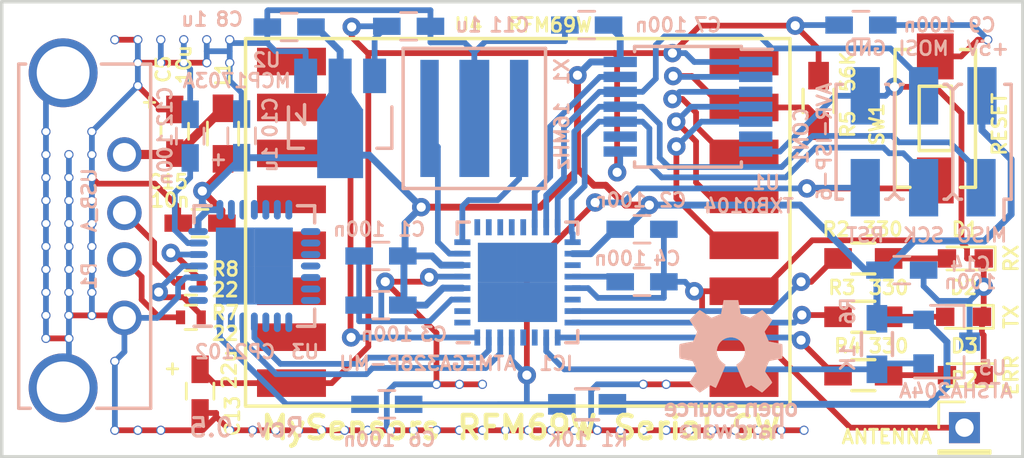
<source format=kicad_pcb>
(kicad_pcb (version 20171130) (host pcbnew "(5.1.12)-1")
  (layers (0 F.Cu signal) (31 B.Cu signal) (34 B.Paste user hide) (35 F.Paste user hide) (36 B.SilkS user hide) (37 F.SilkS user hide) (38 B.Mask user hide) (39 F.Mask user hide) (44 Edge.Cuts user))
  (net 0 "")
  (net 1 GND)
  (net 2 +5V)
  (net 3 "Net-(C4-Pad2)")
  (net 4 /RST)
  (net 5 /DTR)
  (net 6 +3V3)
  (net 7 "Net-(C12-Pad1)")
  (net 8 /MISO)
  (net 9 /SCK)
  (net 10 /MOSI)
  (net 11 "Net-(D1-Pad2)")
  (net 12 "Net-(D2-Pad2)")
  (net 13 "Net-(D3-Pad2)")
  (net 14 "Net-(P1-Pad2)")
  (net 15 "Net-(P1-Pad3)")
  (net 16 "Net-(P2-Pad1)")
  (net 17 /GW_RX_LED)
  (net 18 /GW_TX_LED)
  (net 19 /GW_ERR_LED)
  (net 20 "Net-(R5-Pad1)")
  (net 21 "Net-(U1-Pad5)")
  (net 22 "Net-(U1-Pad4)")
  (net 23 "Net-(U1-Pad3)")
  (net 24 /SER_TX)
  (net 25 /SER_RX)
  (net 26 "Net-(IC1-Pad8)")
  (net 27 "Net-(IC1-Pad7)")
  (net 28 /ATSHA204A)
  (net 29 /RFM69W_INT)
  (net 30 /RFM69W_SS)
  (net 31 "Net-(C5-Pad2)")
  (net 32 "Net-(R7-Pad1)")
  (net 33 "Net-(R8-Pad1)")
  (module myfootprints:USB_A_bottom (layer F.Cu) (at 76.2049 80.3091 270)
    (fp_text reference P1 (at 5.28886 1.52888 270) (layer B.SilkS) (effects (font (size 0.6 0.6) (thickness 0.12)) (justify mirror)))
    (fp_text value USB_A (at 1.98686 1.52888 270) (layer B.SilkS) (effects (font (size 0.6 0.6) (thickness 0.12)) (justify mirror)))
    (pad 4 thru_hole circle (at 7.11286 -0.00212 180) (size 1.50114 1.50114) (drill 1.00076) (layers *.Cu *.Mask) (net 1 GND))
    (pad 3 thru_hole circle (at 4.57286 -0.00212 180) (size 1.50114 1.50114) (drill 1.00076) (layers *.Cu *.Mask) (net 15 "Net-(P1-Pad3)"))
    (pad 2 thru_hole circle (at 2.54086 -0.00212 180) (size 1.50114 1.50114) (drill 1.00076) (layers *.Cu *.Mask) (net 14 "Net-(P1-Pad2)"))
    (pad 1 thru_hole circle (at 0.00086 -0.00212 180) (size 1.50114 1.50114) (drill 1.00076) (layers *.Cu *.Mask) (net 31 "Net-(C5-Pad2)"))
    (pad 5 thru_hole circle (at 10.16086 2.66488 180) (size 2.99974 2.99974) (drill 2.30124) (layers *.Cu *.Mask) (net 1 GND))
    (pad 5 thru_hole circle (at -3.55514 2.66488 180) (size 2.99974 2.99974) (drill 2.30124) (layers *.Cu *.Mask) (net 1 GND))
  )
  (module Pin_Headers:Pin_Header_Straight_1x01_Pitch2.00mm (layer F.Cu) (at 112.776 92.202)
    (fp_text reference P2 (at 0 -2.12) (layer F.SilkS) (effects (font (size 0.6 0.6) (thickness 0.12))))
    (fp_text value ANTENNA (at -3.376 0.398) (layer F.SilkS) (effects (font (size 0.6 0.6) (thickness 0.12))))
    (pad 1 thru_hole rect (at 0 0) (size 1.35 1.35) (drill 0.8) (layers *.Cu *.Mask) (net 16 "Net-(P2-Pad1)"))
  )
  (module myfootprints:ZTTCS-3 (layer B.Cu) (at 91.44 78.74 180)
    (fp_text reference X1 (at -3.81 2.032 270) (layer B.SilkS) (effects (font (size 0.6 0.6) (thickness 0.12)) (justify mirror)))
    (fp_text value 16MHz (at -3.81 -0.762 270) (layer B.SilkS) (effects (font (size 0.6 0.6) (thickness 0.12)) (justify mirror)))
    (pad 3 smd rect (at 1.95 0 180) (size 0.8 5.1) (layers B.Cu B.Paste B.Mask) (net 27 "Net-(IC1-Pad7)"))
    (pad 2 smd rect (at 0 0 180) (size 1.3 5.1) (layers B.Cu B.Paste B.Mask) (net 1 GND))
    (pad 1 smd rect (at -1.95 0 180) (size 0.8 5.1) (layers B.Cu B.Paste B.Mask) (net 26 "Net-(IC1-Pad8)"))
  )
  (module Symbols:OSHW-Logo_5.7x6mm_SilkScreen (layer B.Cu) (at 102.616 89.662 180)
    (fp_text reference REF*** hide)
    (fp_text value OSHW-Logo_5.7x6mm_SilkScreen hide)
  )
  (module Capacitors_SMD:C_0603_HandSoldering (layer F.Cu) (at 79.502 90.612 270)
    (fp_text reference C13 (at 1.082 -1.414 270) (layer F.SilkS) (effects (font (size 0.6 0.6) (thickness 0.12))))
    (fp_text value 22u (at -0.95 -1.27 270) (layer F.SilkS) (effects (font (size 0.6 0.6) (thickness 0.12))))
    (pad 1 smd rect (at -0.95 0 270) (size 1.2 0.75) (layers F.Cu F.Paste F.Mask) (net 6 +3V3))
    (pad 2 smd rect (at 0.95 0 270) (size 1.2 0.75) (layers F.Cu F.Paste F.Mask) (net 1 GND))
  )
  (module Capacitors_SMD:C_0603_HandSoldering (layer B.Cu) (at 96.332 74.676 180)
    (fp_text reference C7 (at -5.268 0 180) (layer B.SilkS) (effects (font (size 0.6 0.6) (thickness 0.12)) (justify mirror)))
    (fp_text value 100n (at -3.236 0 180) (layer B.SilkS) (effects (font (size 0.6 0.6) (thickness 0.12)) (justify mirror)))
    (pad 1 smd rect (at -0.95 0 180) (size 1.2 0.75) (layers B.Cu B.Paste B.Mask) (net 2 +5V))
    (pad 2 smd rect (at 0.95 0 180) (size 1.2 0.75) (layers B.Cu B.Paste B.Mask) (net 1 GND))
  )
  (module Buttons_Switches_SMD:SW_SPST_EVQPE1 (layer F.Cu) (at 111.506 78.74 90)
    (fp_text reference SW1 (at -0.254 -2.54 90) (layer F.SilkS) (effects (font (size 0.6 0.6) (thickness 0.12))))
    (fp_text value RESET (at -0.254 2.794 90) (layer F.SilkS) (effects (font (size 0.6 0.6) (thickness 0.12))))
    (pad 2 smd rect (at 2.7 0 90) (size 2 1.6) (layers F.Cu F.Paste F.Mask) (net 1 GND))
    (pad 1 smd rect (at -2.7 0 90) (size 2 1.6) (layers F.Cu F.Paste F.Mask) (net 4 /RST))
  )
  (module Capacitors_SMD:C_0603_HandSoldering (layer B.Cu) (at 98.74 83.566 180)
    (fp_text reference C2 (at -1.336 1.27 180) (layer B.SilkS) (effects (font (size 0.6 0.6) (thickness 0.12)) (justify mirror)))
    (fp_text value 100n (at 0.95 1.27 180) (layer B.SilkS) (effects (font (size 0.6 0.6) (thickness 0.12)) (justify mirror)))
    (pad 1 smd rect (at -0.95 0 180) (size 1.2 0.75) (layers B.Cu B.Paste B.Mask) (net 1 GND))
    (pad 2 smd rect (at 0.95 0 180) (size 1.2 0.75) (layers B.Cu B.Paste B.Mask) (net 2 +5V))
  )
  (module Capacitors_SMD:C_0603_HandSoldering (layer B.Cu) (at 87.376 84.728 180)
    (fp_text reference C1 (at -1.336 1.162 180) (layer B.SilkS) (effects (font (size 0.6 0.6) (thickness 0.12)) (justify mirror)))
    (fp_text value 100n (at 0.95 1.162 180) (layer B.SilkS) (effects (font (size 0.6 0.6) (thickness 0.12)) (justify mirror)))
    (pad 1 smd rect (at -0.95 0 180) (size 1.2 0.75) (layers B.Cu B.Paste B.Mask) (net 2 +5V))
    (pad 2 smd rect (at 0.95 0 180) (size 1.2 0.75) (layers B.Cu B.Paste B.Mask) (net 1 GND))
  )
  (module Capacitors_SMD:C_0603_HandSoldering (layer B.Cu) (at 87.376 86.868)
    (fp_text reference C3 (at 2.286 1.27) (layer B.SilkS) (effects (font (size 0.6 0.6) (thickness 0.12)) (justify mirror)))
    (fp_text value 100n (at 0.254 1.27) (layer B.SilkS) (effects (font (size 0.6 0.6) (thickness 0.12)) (justify mirror)))
    (pad 1 smd rect (at -0.95 0) (size 1.2 0.75) (layers B.Cu B.Paste B.Mask) (net 1 GND))
    (pad 2 smd rect (at 0.95 0) (size 1.2 0.75) (layers B.Cu B.Paste B.Mask) (net 2 +5V))
  )
  (module Capacitors_SMD:C_0603_HandSoldering (layer B.Cu) (at 98.74 85.852 180)
    (fp_text reference C4 (at -1.082 1.016 180) (layer B.SilkS) (effects (font (size 0.6 0.6) (thickness 0.12)) (justify mirror)))
    (fp_text value 100n (at 0.95 1.016 180) (layer B.SilkS) (effects (font (size 0.6 0.6) (thickness 0.12)) (justify mirror)))
    (pad 2 smd rect (at 0.95 0 180) (size 1.2 0.75) (layers B.Cu B.Paste B.Mask) (net 3 "Net-(C4-Pad2)"))
    (pad 1 smd rect (at -0.95 0 180) (size 1.2 0.75) (layers B.Cu B.Paste B.Mask) (net 1 GND))
  )
  (module Capacitors_SMD:C_0603_HandSoldering (layer B.Cu) (at 87.63 91.186 180)
    (fp_text reference C6 (at -1.524 -1.524 180) (layer B.SilkS) (effects (font (size 0.6 0.6) (thickness 0.12)) (justify mirror)))
    (fp_text value 100n (at 0.762 -1.524 180) (layer B.SilkS) (effects (font (size 0.6 0.6) (thickness 0.12)) (justify mirror)))
    (pad 2 smd rect (at 0.95 0 180) (size 1.2 0.75) (layers B.Cu B.Paste B.Mask) (net 5 /DTR))
    (pad 1 smd rect (at -0.95 0 180) (size 1.2 0.75) (layers B.Cu B.Paste B.Mask) (net 4 /RST))
  )
  (module Capacitors_SMD:C_0603_HandSoldering (layer B.Cu) (at 83.378 74.76 180)
    (fp_text reference C8 (at 2.606 0.338 180) (layer B.SilkS) (effects (font (size 0.6 0.6) (thickness 0.12)) (justify mirror)))
    (fp_text value 1u (at 4.13 0.338 180) (layer B.SilkS) (effects (font (size 0.6 0.6) (thickness 0.12)) (justify mirror)))
    (pad 1 smd rect (at -0.95 0 180) (size 1.2 0.75) (layers B.Cu B.Paste B.Mask) (net 2 +5V))
    (pad 2 smd rect (at 0.95 0 180) (size 1.2 0.75) (layers B.Cu B.Paste B.Mask) (net 1 GND))
  )
  (module Capacitors_SMD:C_0603_HandSoldering (layer B.Cu) (at 108.27 74.676 180)
    (fp_text reference C9 (at -5.268 0 180) (layer B.SilkS) (effects (font (size 0.6 0.6) (thickness 0.12)) (justify mirror)))
    (fp_text value 100n (at -2.982 0 180) (layer B.SilkS) (effects (font (size 0.6 0.6) (thickness 0.12)) (justify mirror)))
    (pad 2 smd rect (at 0.95 0 180) (size 1.2 0.75) (layers B.Cu B.Paste B.Mask) (net 6 +3V3))
    (pad 1 smd rect (at -0.95 0 180) (size 1.2 0.75) (layers B.Cu B.Paste B.Mask) (net 1 GND))
  )
  (module Capacitors_SMD:C_0603_HandSoldering (layer B.Cu) (at 81.31 79.5 270)
    (fp_text reference C10 (at -0.8 -1.24 270) (layer B.SilkS) (effects (font (size 0.6 0.6) (thickness 0.12)) (justify mirror)))
    (fp_text value 1u (at 1.018 -1.24 270) (layer B.SilkS) (effects (font (size 0.6 0.6) (thickness 0.12)) (justify mirror)))
    (pad 1 smd rect (at -0.95 0 270) (size 1.2 0.75) (layers B.Cu B.Paste B.Mask) (net 1 GND))
    (pad 2 smd rect (at 0.95 0 270) (size 1.2 0.75) (layers B.Cu B.Paste B.Mask) (net 2 +5V))
  )
  (module Capacitors_SMD:C_0603_HandSoldering (layer B.Cu) (at 88.58 74.73)
    (fp_text reference C11 (at 4.384 -0.054) (layer B.SilkS) (effects (font (size 0.6 0.6) (thickness 0.12)) (justify mirror)))
    (fp_text value 1u (at 2.606 -0.054) (layer B.SilkS) (effects (font (size 0.6 0.6) (thickness 0.12)) (justify mirror)))
    (pad 2 smd rect (at 0.95 0) (size 1.2 0.75) (layers B.Cu B.Paste B.Mask) (net 1 GND))
    (pad 1 smd rect (at -0.95 0) (size 1.2 0.75) (layers B.Cu B.Paste B.Mask) (net 6 +3V3))
  )
  (module Capacitors_SMD:C_0603_HandSoldering (layer B.Cu) (at 79.07 79.51 90)
    (fp_text reference C12 (at 1.278 -1.092 90) (layer B.SilkS) (effects (font (size 0.6 0.6) (thickness 0.12)) (justify mirror)))
    (fp_text value 100n (at -1.008 -1.092 90) (layer B.SilkS) (effects (font (size 0.6 0.6) (thickness 0.12)) (justify mirror)))
    (pad 2 smd rect (at 0.95 0 90) (size 1.2 0.75) (layers B.Cu B.Paste B.Mask) (net 1 GND))
    (pad 1 smd rect (at -0.95 0 90) (size 1.2 0.75) (layers B.Cu B.Paste B.Mask) (net 7 "Net-(C12-Pad1)"))
  )
  (module myfootprints:AVR_ISP_SMT_Small_02x03 (layer B.Cu) (at 110.998 79.756 180)
    (fp_text reference CON1 (at 5.334 0.254 270) (layer B.SilkS) (effects (font (size 0.6 0.6) (thickness 0.12)) (justify mirror)))
    (fp_text value AVR-ISP-6 (at 4.318 0 270) (layer B.SilkS) (effects (font (size 0.6 0.6) (thickness 0.12)) (justify mirror)))
    (pad 1 smd rect (at -2.5 -2 180) (size 1.27 2.5) (layers B.Cu B.Paste B.Mask) (net 8 /MISO))
    (pad 3 smd rect (at 0 -2 180) (size 1.27 2.5) (layers B.Cu B.Paste B.Mask) (net 9 /SCK))
    (pad 5 smd rect (at 2.54 -2 180) (size 1.27 2.5) (layers B.Cu B.Paste B.Mask) (net 4 /RST))
    (pad 6 smd rect (at 2.54 2 180) (size 1.27 2.5) (layers B.Cu B.Paste B.Mask) (net 1 GND))
    (pad 4 smd rect (at 0 2 180) (size 1.27 2.5) (layers B.Cu B.Paste B.Mask) (net 10 /MOSI))
    (pad 2 smd rect (at -2.54 2 180) (size 1.27 2.5) (layers B.Cu B.Paste B.Mask) (net 2 +5V))
  )
  (module LEDs:LED_0603 (layer F.Cu) (at 112.814 84.836 180)
    (fp_text reference D1 (at 0 1.27 180) (layer F.SilkS) (effects (font (size 0.6 0.6) (thickness 0.12))))
    (fp_text value RX (at -1.994 0 270) (layer F.SilkS) (effects (font (size 0.6 0.6) (thickness 0.12))))
    (pad 1 smd rect (at -0.8 0) (size 0.8 0.8) (layers F.Cu F.Paste F.Mask) (net 1 GND))
    (pad 2 smd rect (at 0.8 0) (size 0.8 0.8) (layers F.Cu F.Paste F.Mask) (net 11 "Net-(D1-Pad2)"))
  )
  (module LEDs:LED_0603 (layer F.Cu) (at 112.738 87.376 180)
    (fp_text reference D2 (at 0 1.27 180) (layer F.SilkS) (effects (font (size 0.6 0.6) (thickness 0.12))))
    (fp_text value TX (at -2.07 0 270) (layer F.SilkS) (effects (font (size 0.6 0.6) (thickness 0.12))))
    (pad 2 smd rect (at 0.8 0) (size 0.8 0.8) (layers F.Cu F.Paste F.Mask) (net 12 "Net-(D2-Pad2)"))
    (pad 1 smd rect (at -0.8 0) (size 0.8 0.8) (layers F.Cu F.Paste F.Mask) (net 1 GND))
  )
  (module LEDs:LED_0603 (layer F.Cu) (at 112.814 89.916 180)
    (fp_text reference D3 (at 0.038 1.27 180) (layer F.SilkS) (effects (font (size 0.6 0.6) (thickness 0.12))))
    (fp_text value ERR (at -1.994 0 270) (layer F.SilkS) (effects (font (size 0.6 0.6) (thickness 0.12))))
    (pad 1 smd rect (at -0.8 0) (size 0.8 0.8) (layers F.Cu F.Paste F.Mask) (net 1 GND))
    (pad 2 smd rect (at 0.8 0) (size 0.8 0.8) (layers F.Cu F.Paste F.Mask) (net 13 "Net-(D3-Pad2)"))
  )
  (module Housings_DFN_QFN:QFN-32-1EP_5x5mm_Pitch0.5mm (layer B.Cu) (at 93.3185 85.878)
    (fp_text reference IC1 (at 1.6775 3.53) (layer B.SilkS) (effects (font (size 0.6 0.6) (thickness 0.12)) (justify mirror)))
    (fp_text value ATMEGA328P-MU (at -3.9105 3.53) (layer B.SilkS) (effects (font (size 0.6 0.6) (thickness 0.12)) (justify mirror)))
    (pad 33 smd rect (at -0.8625 0.8625) (size 1.725 1.725) (layers B.Cu B.Paste B.Mask))
    (pad 33 smd rect (at -0.8625 -0.8625) (size 1.725 1.725) (layers B.Cu B.Paste B.Mask))
    (pad 33 smd rect (at 0.8625 0.8625) (size 1.725 1.725) (layers B.Cu B.Paste B.Mask))
    (pad 33 smd rect (at 0.8625 -0.8625) (size 1.725 1.725) (layers B.Cu B.Paste B.Mask))
    (pad 32 smd rect (at -1.75 2.4 270) (size 0.7 0.25) (layers B.Cu B.Paste B.Mask) (net 29 /RFM69W_INT))
    (pad 31 smd rect (at -1.25 2.4 270) (size 0.7 0.25) (layers B.Cu B.Paste B.Mask) (net 25 /SER_RX))
    (pad 30 smd rect (at -0.75 2.4 270) (size 0.7 0.25) (layers B.Cu B.Paste B.Mask) (net 24 /SER_TX))
    (pad 29 smd rect (at -0.25 2.4 270) (size 0.7 0.25) (layers B.Cu B.Paste B.Mask) (net 4 /RST))
    (pad 28 smd rect (at 0.25 2.4 270) (size 0.7 0.25) (layers B.Cu B.Paste B.Mask))
    (pad 27 smd rect (at 0.75 2.4 270) (size 0.7 0.25) (layers B.Cu B.Paste B.Mask))
    (pad 26 smd rect (at 1.25 2.4 270) (size 0.7 0.25) (layers B.Cu B.Paste B.Mask) (net 28 /ATSHA204A))
    (pad 25 smd rect (at 1.75 2.4 270) (size 0.7 0.25) (layers B.Cu B.Paste B.Mask) (net 19 /GW_ERR_LED))
    (pad 24 smd rect (at 2.4 1.75) (size 0.7 0.25) (layers B.Cu B.Paste B.Mask) (net 18 /GW_TX_LED))
    (pad 23 smd rect (at 2.4 1.25) (size 0.7 0.25) (layers B.Cu B.Paste B.Mask) (net 17 /GW_RX_LED))
    (pad 22 smd rect (at 2.4 0.75) (size 0.7 0.25) (layers B.Cu B.Paste B.Mask))
    (pad 21 smd rect (at 2.4 0.25) (size 0.7 0.25) (layers B.Cu B.Paste B.Mask) (net 1 GND))
    (pad 20 smd rect (at 2.4 -0.25) (size 0.7 0.25) (layers B.Cu B.Paste B.Mask) (net 3 "Net-(C4-Pad2)"))
    (pad 19 smd rect (at 2.4 -0.75) (size 0.7 0.25) (layers B.Cu B.Paste B.Mask))
    (pad 18 smd rect (at 2.4 -1.25) (size 0.7 0.25) (layers B.Cu B.Paste B.Mask) (net 2 +5V))
    (pad 17 smd rect (at 2.4 -1.75) (size 0.7 0.25) (layers B.Cu B.Paste B.Mask) (net 9 /SCK))
    (pad 16 smd rect (at 1.75 -2.4 270) (size 0.7 0.25) (layers B.Cu B.Paste B.Mask) (net 8 /MISO))
    (pad 15 smd rect (at 1.25 -2.4 270) (size 0.7 0.25) (layers B.Cu B.Paste B.Mask) (net 10 /MOSI))
    (pad 14 smd rect (at 0.75 -2.4 270) (size 0.7 0.25) (layers B.Cu B.Paste B.Mask) (net 30 /RFM69W_SS))
    (pad 13 smd rect (at 0.25 -2.4 270) (size 0.7 0.25) (layers B.Cu B.Paste B.Mask))
    (pad 12 smd rect (at -0.25 -2.4 270) (size 0.7 0.25) (layers B.Cu B.Paste B.Mask))
    (pad 11 smd rect (at -0.75 -2.4 270) (size 0.7 0.25) (layers B.Cu B.Paste B.Mask))
    (pad 10 smd rect (at -1.25 -2.4 270) (size 0.7 0.25) (layers B.Cu B.Paste B.Mask))
    (pad 9 smd rect (at -1.75 -2.4 270) (size 0.7 0.25) (layers B.Cu B.Paste B.Mask))
    (pad 8 smd rect (at -2.4 -1.75) (size 0.7 0.25) (layers B.Cu B.Paste B.Mask) (net 26 "Net-(IC1-Pad8)"))
    (pad 7 smd rect (at -2.4 -1.25) (size 0.7 0.25) (layers B.Cu B.Paste B.Mask) (net 27 "Net-(IC1-Pad7)"))
    (pad 6 smd rect (at -2.4 -0.75) (size 0.7 0.25) (layers B.Cu B.Paste B.Mask) (net 2 +5V))
    (pad 5 smd rect (at -2.4 -0.25) (size 0.7 0.25) (layers B.Cu B.Paste B.Mask) (net 1 GND))
    (pad 4 smd rect (at -2.4 0.25) (size 0.7 0.25) (layers B.Cu B.Paste B.Mask) (net 2 +5V))
    (pad 3 smd rect (at -2.4 0.75) (size 0.7 0.25) (layers B.Cu B.Paste B.Mask) (net 1 GND))
    (pad 2 smd rect (at -2.4 1.25) (size 0.7 0.25) (layers B.Cu B.Paste B.Mask))
    (pad 1 smd rect (at -2.4 1.75) (size 0.7 0.25) (layers B.Cu B.Paste B.Mask))
  )
  (module Resistors_SMD:R_0603_HandSoldering (layer B.Cu) (at 96.35 91.186 180)
    (fp_text reference R1 (at -1.186 -1.524 180) (layer B.SilkS) (effects (font (size 0.6 0.6) (thickness 0.12)) (justify mirror)))
    (fp_text value 10K (at 0.846 -1.524 180) (layer B.SilkS) (effects (font (size 0.6 0.6) (thickness 0.12)) (justify mirror)))
    (pad 2 smd rect (at 1.1 0 180) (size 1.2 0.9) (layers B.Cu B.Paste B.Mask) (net 4 /RST))
    (pad 1 smd rect (at -1.1 0 180) (size 1.2 0.9) (layers B.Cu B.Paste B.Mask) (net 2 +5V))
  )
  (module Resistors_SMD:R_0603_HandSoldering (layer F.Cu) (at 108.374 84.836 180)
    (fp_text reference R2 (at 1.186 1.27 180) (layer F.SilkS) (effects (font (size 0.6 0.6) (thickness 0.12))))
    (fp_text value 330 (at -0.846 1.27 180) (layer F.SilkS) (effects (font (size 0.6 0.6) (thickness 0.12))))
    (pad 1 smd rect (at -1.1 0 180) (size 1.2 0.9) (layers F.Cu F.Paste F.Mask) (net 11 "Net-(D1-Pad2)"))
    (pad 2 smd rect (at 1.1 0 180) (size 1.2 0.9) (layers F.Cu F.Paste F.Mask) (net 17 /GW_RX_LED))
  )
  (module Resistors_SMD:R_0603_HandSoldering (layer F.Cu) (at 108.374 87.376 180)
    (fp_text reference R3 (at 0.932 1.27 180) (layer F.SilkS) (effects (font (size 0.6 0.6) (thickness 0.12))))
    (fp_text value 330 (at -1.1 1.27 180) (layer F.SilkS) (effects (font (size 0.6 0.6) (thickness 0.12))))
    (pad 2 smd rect (at 1.1 0 180) (size 1.2 0.9) (layers F.Cu F.Paste F.Mask) (net 18 /GW_TX_LED))
    (pad 1 smd rect (at -1.1 0 180) (size 1.2 0.9) (layers F.Cu F.Paste F.Mask) (net 12 "Net-(D2-Pad2)"))
  )
  (module Resistors_SMD:R_0603_HandSoldering (layer F.Cu) (at 108.374 89.916 180)
    (fp_text reference R4 (at 0.678 1.27 180) (layer F.SilkS) (effects (font (size 0.6 0.6) (thickness 0.12))))
    (fp_text value 330 (at -1.1 1.27 180) (layer F.SilkS) (effects (font (size 0.6 0.6) (thickness 0.12))))
    (pad 1 smd rect (at -1.1 0 180) (size 1.2 0.9) (layers F.Cu F.Paste F.Mask) (net 13 "Net-(D3-Pad2)"))
    (pad 2 smd rect (at 1.1 0 180) (size 1.2 0.9) (layers F.Cu F.Paste F.Mask) (net 19 /GW_ERR_LED))
  )
  (module Resistors_SMD:R_0603_HandSoldering (layer F.Cu) (at 106.426 77.978 90)
    (fp_text reference R5 (at -1.016 1.27 90) (layer F.SilkS) (effects (font (size 0.6 0.6) (thickness 0.12))))
    (fp_text value 56K (at 1.27 1.27 90) (layer F.SilkS) (effects (font (size 0.6 0.6) (thickness 0.12))))
    (pad 2 smd rect (at 1.1 0 90) (size 1.2 0.9) (layers F.Cu F.Paste F.Mask) (net 6 +3V3))
    (pad 1 smd rect (at -1.1 0 90) (size 1.2 0.9) (layers F.Cu F.Paste F.Mask) (net 20 "Net-(R5-Pad1)"))
  )
  (module Housings_SSOP:TSSOP-14_4.4x5mm_Pitch0.65mm (layer B.Cu) (at 100.74 78.232 180)
    (fp_text reference U1 (at -3.4 -3.302 180) (layer B.SilkS) (effects (font (size 0.6 0.6) (thickness 0.12)) (justify mirror)))
    (fp_text value TXB0104 (at -2.638 -4.318 180) (layer B.SilkS) (effects (font (size 0.6 0.6) (thickness 0.12)) (justify mirror)))
    (pad 14 smd rect (at 2.95 1.95 180) (size 1.45 0.45) (layers B.Cu B.Paste B.Mask) (net 2 +5V))
    (pad 13 smd rect (at 2.95 1.3 180) (size 1.45 0.45) (layers B.Cu B.Paste B.Mask) (net 30 /RFM69W_SS))
    (pad 12 smd rect (at 2.95 0.65 180) (size 1.45 0.45) (layers B.Cu B.Paste B.Mask) (net 10 /MOSI))
    (pad 11 smd rect (at 2.95 0 180) (size 1.45 0.45) (layers B.Cu B.Paste B.Mask) (net 8 /MISO))
    (pad 10 smd rect (at 2.95 -0.65 180) (size 1.45 0.45) (layers B.Cu B.Paste B.Mask) (net 9 /SCK))
    (pad 9 smd rect (at 2.95 -1.3 180) (size 1.45 0.45) (layers B.Cu B.Paste B.Mask))
    (pad 8 smd rect (at 2.95 -1.95 180) (size 1.45 0.45) (layers B.Cu B.Paste B.Mask) (net 6 +3V3))
    (pad 7 smd rect (at -2.95 -1.95 180) (size 1.45 0.45) (layers B.Cu B.Paste B.Mask) (net 1 GND))
    (pad 6 smd rect (at -2.95 -1.3 180) (size 1.45 0.45) (layers B.Cu B.Paste B.Mask))
    (pad 5 smd rect (at -2.95 -0.65 180) (size 1.45 0.45) (layers B.Cu B.Paste B.Mask) (net 21 "Net-(U1-Pad5)"))
    (pad 4 smd rect (at -2.95 0 180) (size 1.45 0.45) (layers B.Cu B.Paste B.Mask) (net 22 "Net-(U1-Pad4)"))
    (pad 3 smd rect (at -2.95 0.65 180) (size 1.45 0.45) (layers B.Cu B.Paste B.Mask) (net 23 "Net-(U1-Pad3)"))
    (pad 2 smd rect (at -2.95 1.3 180) (size 1.45 0.45) (layers B.Cu B.Paste B.Mask) (net 20 "Net-(R5-Pad1)"))
    (pad 1 smd rect (at -2.95 1.95 180) (size 1.45 0.45) (layers B.Cu B.Paste B.Mask) (net 6 +3V3))
  )
  (module TO_SOT_Packages_SMD:SOT89-3_Housing (layer B.Cu) (at 85.598 78.74)
    (fp_text reference U2 (at -3.198 -2.54) (layer B.SilkS) (effects (font (size 0.6 0.6) (thickness 0.12)) (justify mirror)))
    (fp_text value MCP1703A (at -4.498 -1.64) (layer B.SilkS) (effects (font (size 0.6 0.6) (thickness 0.12)) (justify mirror)))
    (pad 2 smd trapezoid (at 0 -0.7493 180) (size 1.50114 0.7493) (rect_delta 0 -0.50038) (layers B.Cu B.Paste B.Mask) (net 2 +5V))
    (pad 2 smd rect (at 0 1.09982) (size 1.99898 2.99974) (layers B.Cu B.Paste B.Mask) (net 2 +5V))
    (pad 3 smd rect (at 1.50114 -1.85166) (size 1.00076 1.50114) (layers B.Cu B.Paste B.Mask) (net 6 +3V3))
    (pad 2 smd rect (at 0 -1.85166) (size 1.00076 1.50114) (layers B.Cu B.Paste B.Mask) (net 2 +5V))
    (pad 1 smd rect (at -1.50114 -1.85166) (size 1.00076 1.50114) (layers B.Cu B.Paste B.Mask) (net 1 GND))
  )
  (module Housings_DFN_QFN:QFN-28-1EP_5x5mm_Pitch0.5mm (layer B.Cu) (at 81.8635 85.1655)
    (fp_text reference U3 (at 2.2105 3.7345) (layer B.SilkS) (effects (font (size 0.6 0.6) (thickness 0.12)) (justify mirror)))
    (fp_text value CP2102 (at -0.8375 3.7345) (layer B.SilkS) (effects (font (size 0.6 0.6) (thickness 0.12)) (justify mirror)))
    (pad 29 smd rect (at -0.8375 0.8375) (size 1.675 1.675) (layers B.Cu B.Paste B.Mask))
    (pad 29 smd rect (at -0.8375 -0.8375) (size 1.675 1.675) (layers B.Cu B.Paste B.Mask))
    (pad 29 smd rect (at 0.8375 0.8375) (size 1.675 1.675) (layers B.Cu B.Paste B.Mask))
    (pad 29 smd rect (at 0.8375 -0.8375) (size 1.675 1.675) (layers B.Cu B.Paste B.Mask))
    (pad 28 smd oval (at -1.5 2.45 270) (size 0.85 0.3) (layers B.Cu B.Paste B.Mask) (net 5 /DTR))
    (pad 27 smd oval (at -1 2.45 270) (size 0.85 0.3) (layers B.Cu B.Paste B.Mask))
    (pad 26 smd oval (at -0.5 2.45 270) (size 0.85 0.3) (layers B.Cu B.Paste B.Mask) (net 24 /SER_TX))
    (pad 25 smd oval (at 0 2.45 270) (size 0.85 0.3) (layers B.Cu B.Paste B.Mask) (net 25 /SER_RX))
    (pad 24 smd oval (at 0.5 2.45 270) (size 0.85 0.3) (layers B.Cu B.Paste B.Mask))
    (pad 23 smd oval (at 1 2.45 270) (size 0.85 0.3) (layers B.Cu B.Paste B.Mask))
    (pad 22 smd oval (at 1.5 2.45 270) (size 0.85 0.3) (layers B.Cu B.Paste B.Mask))
    (pad 21 smd oval (at 2.45 1.5) (size 0.85 0.3) (layers B.Cu B.Paste B.Mask))
    (pad 20 smd oval (at 2.45 1) (size 0.85 0.3) (layers B.Cu B.Paste B.Mask))
    (pad 19 smd oval (at 2.45 0.5) (size 0.85 0.3) (layers B.Cu B.Paste B.Mask))
    (pad 18 smd oval (at 2.45 0) (size 0.85 0.3) (layers B.Cu B.Paste B.Mask))
    (pad 17 smd oval (at 2.45 -0.5) (size 0.85 0.3) (layers B.Cu B.Paste B.Mask))
    (pad 16 smd oval (at 2.45 -1) (size 0.85 0.3) (layers B.Cu B.Paste B.Mask))
    (pad 15 smd oval (at 2.45 -1.5) (size 0.85 0.3) (layers B.Cu B.Paste B.Mask))
    (pad 14 smd oval (at 1.5 -2.45 270) (size 0.85 0.3) (layers B.Cu B.Paste B.Mask))
    (pad 13 smd oval (at 1 -2.45 270) (size 0.85 0.3) (layers B.Cu B.Paste B.Mask))
    (pad 12 smd oval (at 0.5 -2.45 270) (size 0.85 0.3) (layers B.Cu B.Paste B.Mask))
    (pad 11 smd oval (at 0 -2.45 270) (size 0.85 0.3) (layers B.Cu B.Paste B.Mask))
    (pad 10 smd oval (at -0.5 -2.45 270) (size 0.85 0.3) (layers B.Cu B.Paste B.Mask))
    (pad 9 smd oval (at -1 -2.45 270) (size 0.85 0.3) (layers B.Cu B.Paste B.Mask))
    (pad 8 smd oval (at -1.5 -2.45 270) (size 0.85 0.3) (layers B.Cu B.Paste B.Mask) (net 2 +5V))
    (pad 7 smd oval (at -2.45 -1.5) (size 0.85 0.3) (layers B.Cu B.Paste B.Mask) (net 2 +5V))
    (pad 6 smd oval (at -2.45 -1) (size 0.85 0.3) (layers B.Cu B.Paste B.Mask) (net 7 "Net-(C12-Pad1)"))
    (pad 5 smd oval (at -2.45 -0.5) (size 0.85 0.3) (layers B.Cu B.Paste B.Mask) (net 33 "Net-(R8-Pad1)"))
    (pad 4 smd oval (at -2.45 0) (size 0.85 0.3) (layers B.Cu B.Paste B.Mask) (net 32 "Net-(R7-Pad1)"))
    (pad 3 smd oval (at -2.45 0.5) (size 0.85 0.3) (layers B.Cu B.Paste B.Mask) (net 1 GND))
    (pad 2 smd oval (at -2.45 1) (size 0.85 0.3) (layers B.Cu B.Paste B.Mask))
    (pad 1 smd oval (at -2.45 1.5) (size 0.85 0.3) (layers B.Cu B.Paste B.Mask))
  )
  (module mysensors_radios:RFM69HW_SMD_Handsoldering (layer F.Cu) (at 84.88 76.264)
    (fp_text reference U4 (at 6.306 -1.588) (layer F.SilkS) (effects (font (size 0.6 0.6) (thickness 0.12))))
    (fp_text value RFM69W (at 9.862 -1.588) (layer F.SilkS) (effects (font (size 0.6 0.6) (thickness 0.12))))
    (pad 16 smd rect (at 18.3 0) (size 3 1.2) (layers F.Cu F.Paste F.Mask))
    (pad 15 smd rect (at 18.3 2) (size 3 1.2) (layers F.Cu F.Paste F.Mask) (net 20 "Net-(R5-Pad1)"))
    (pad 14 smd rect (at 18.3 4) (size 3 1.2) (layers F.Cu F.Paste F.Mask) (net 23 "Net-(U1-Pad3)"))
    (pad 13 smd rect (at 18.3 6) (size 3 1.2) (layers F.Cu F.Paste F.Mask) (net 22 "Net-(U1-Pad4)"))
    (pad 12 smd rect (at 18.3 8) (size 3 1.2) (layers F.Cu F.Paste F.Mask) (net 21 "Net-(U1-Pad5)"))
    (pad 11 smd rect (at 18.3 10) (size 3 1.2) (layers F.Cu F.Paste F.Mask) (net 1 GND))
    (pad 10 smd rect (at 18.3 12) (size 3 1.2) (layers F.Cu F.Paste F.Mask) (net 16 "Net-(P2-Pad1)"))
    (pad 9 smd rect (at 18.3 14) (size 3 1.2) (layers F.Cu F.Paste F.Mask) (net 1 GND))
    (pad 8 smd rect (at -1.4 14) (size 3 1.2) (layers F.Cu F.Paste F.Mask) (net 6 +3V3))
    (pad 7 smd rect (at -1.4 12) (size 3 1.2) (layers F.Cu F.Paste F.Mask))
    (pad 6 smd rect (at -1.4 10) (size 3 1.2) (layers F.Cu F.Paste F.Mask))
    (pad 5 smd rect (at -1.4 8) (size 3 1.2) (layers F.Cu F.Paste F.Mask))
    (pad 4 smd rect (at -1.4 6) (size 3 1.2) (layers F.Cu F.Paste F.Mask))
    (pad 3 smd rect (at -1.4 4) (size 3 1.2) (layers F.Cu F.Paste F.Mask))
    (pad 2 smd rect (at -1.4 2) (size 3 1.2) (layers F.Cu F.Paste F.Mask) (net 29 /RFM69W_INT))
    (pad 1 smd rect (at -1.4 0) (size 3 1.2) (layers F.Cu F.Paste F.Mask))
  )
  (module Capacitors_SMD:C_0603_HandSoldering (layer B.Cu) (at 110.048 85.344)
    (fp_text reference C14 (at 2.982 -0.254) (layer B.SilkS) (effects (font (size 0.6 0.6) (thickness 0.12)) (justify mirror)))
    (fp_text value 100n (at 2.982 0.508) (layer B.SilkS) (effects (font (size 0.6 0.6) (thickness 0.12)) (justify mirror)))
    (pad 2 smd rect (at 0.95 0) (size 1.2 0.75) (layers B.Cu B.Paste B.Mask) (net 1 GND))
    (pad 1 smd rect (at -0.95 0) (size 1.2 0.75) (layers B.Cu B.Paste B.Mask) (net 2 +5V))
  )
  (module Resistors_SMD:R_0603_HandSoldering (layer B.Cu) (at 108.966 88.562 90)
    (fp_text reference R6 (at 1.44 -1.27 90) (layer B.SilkS) (effects (font (size 0.6 0.6) (thickness 0.12)) (justify mirror)))
    (fp_text value 1K (at -0.592 -1.27 90) (layer B.SilkS) (effects (font (size 0.6 0.6) (thickness 0.12)) (justify mirror)))
    (pad 2 smd rect (at 1.1 0 90) (size 1.2 0.9) (layers B.Cu B.Paste B.Mask) (net 2 +5V))
    (pad 1 smd rect (at -1.1 0 90) (size 1.2 0.9) (layers B.Cu B.Paste B.Mask) (net 28 /ATSHA204A))
  )
  (module TO_SOT_Packages_SMD:SOT-23 (layer B.Cu) (at 111.998 88.458)
    (fp_text reference U5 (at 2.002 1.142) (layer B.SilkS) (effects (font (size 0.6 0.6) (thickness 0.12)) (justify mirror)))
    (fp_text value ATSHA204A (at 0.402 2.142) (layer B.SilkS) (effects (font (size 0.6 0.6) (thickness 0.12)) (justify mirror)))
    (pad 3 smd rect (at 1 0) (size 0.9 0.8) (layers B.Cu B.Paste B.Mask) (net 1 GND))
    (pad 2 smd rect (at -1 -0.95) (size 0.9 0.8) (layers B.Cu B.Paste B.Mask) (net 2 +5V))
    (pad 1 smd rect (at -1 0.95) (size 0.9 0.8) (layers B.Cu B.Paste B.Mask) (net 28 /ATSHA204A))
  )
  (module Resistors_SMD:R_0603_HandSoldering (layer F.Cu) (at 80.5 79.4 90)
    (fp_text reference L1 (at 2.6 0 90) (layer F.SilkS) (effects (font (size 0.6 0.6) (thickness 0.12))))
    (fp_text value BLM18HE152SN1D)
    (pad 2 smd rect (at 1.1 0 90) (size 1.2 0.9) (layers F.Cu F.Paste F.Mask) (net 31 "Net-(C5-Pad2)"))
    (pad 1 smd rect (at -1.1 0 90) (size 1.2 0.9) (layers F.Cu F.Paste F.Mask) (net 2 +5V))
  )
  (module Capacitors_SMD:C_0603_HandSoldering (layer F.Cu) (at 78.4 79.3 270)
    (fp_text reference C5 (at -2.7 0.5 270) (layer F.SilkS) (effects (font (size 0.6 0.6) (thickness 0.12))))
    (fp_text value 10u (at -2.9 -0.4 270) (layer F.SilkS) (effects (font (size 0.6 0.6) (thickness 0.12))))
    (pad 2 smd rect (at 0.95 0 270) (size 1.2 0.75) (layers F.Cu F.Paste F.Mask) (net 31 "Net-(C5-Pad2)"))
    (pad 1 smd rect (at -0.95 0 270) (size 1.2 0.75) (layers F.Cu F.Paste F.Mask) (net 1 GND))
  )
  (module Capacitors_SMD:C_0603_HandSoldering (layer F.Cu) (at 79.5 83.3)
    (fp_text reference C15 (at -1.4 -1.8) (layer F.SilkS) (effects (font (size 0.6 0.6) (thickness 0.12))))
    (fp_text value 10n (at -1.3 -1) (layer F.SilkS) (effects (font (size 0.6 0.6) (thickness 0.12))))
    (pad 1 smd rect (at -0.95 0) (size 1.2 0.75) (layers F.Cu F.Paste F.Mask) (net 1 GND))
    (pad 2 smd rect (at 0.95 0) (size 1.2 0.75) (layers F.Cu F.Paste F.Mask) (net 2 +5V))
  )
  (module Resistors_SMD:R_0402 (layer F.Cu) (at 79.1 87.4 180)
    (fp_text reference R7 (at -1.5 0.2 180) (layer F.SilkS) (effects (font (size 0.6 0.6) (thickness 0.12))))
    (fp_text value 22 (at -1.5 -0.7 180) (layer F.SilkS) (effects (font (size 0.6 0.6) (thickness 0.12))))
    (pad 1 smd rect (at -0.45 0 180) (size 0.4 0.6) (layers F.Cu F.Paste F.Mask) (net 32 "Net-(R7-Pad1)"))
    (pad 2 smd rect (at 0.45 0 180) (size 0.4 0.6) (layers F.Cu F.Paste F.Mask) (net 15 "Net-(P1-Pad3)"))
  )
  (module Resistors_SMD:R_0402 (layer F.Cu) (at 79.1 85.9 180)
    (fp_text reference R8 (at -1.5 0.6 180) (layer F.SilkS) (effects (font (size 0.6 0.6) (thickness 0.12))))
    (fp_text value 22 (at -1.5 -0.3 180) (layer F.SilkS) (effects (font (size 0.6 0.6) (thickness 0.12))))
    (pad 2 smd rect (at 0.45 0 180) (size 0.4 0.6) (layers F.Cu F.Paste F.Mask) (net 14 "Net-(P1-Pad2)"))
    (pad 1 smd rect (at -0.45 0 180) (size 0.4 0.6) (layers F.Cu F.Paste F.Mask) (net 33 "Net-(R8-Pad1)"))
  )
  (module VIA_MATRIX (layer F.Cu) (at 75.791 75.3155)
    (fp_text reference V5_3 hide)
    (fp_text value AUTO_VIA hide)
    (pad 1 thru_hole circle (at 0 0) (size 0.4 0.4) (drill 0.3) (layers *.Cu) (net 1 GND) (clearance 0.3))
  )
  (module VIA_MATRIX (layer F.Cu) (at 76.791 75.3155)
    (fp_text reference V6_3 hide)
    (fp_text value AUTO_VIA hide)
    (pad 1 thru_hole circle (at 0 0) (size 0.4 0.4) (drill 0.3) (layers *.Cu) (net 1 GND) (clearance 0.3))
  )
  (module VIA_MATRIX (layer F.Cu) (at 77.791 75.3155)
    (fp_text reference V7_3 hide)
    (fp_text value AUTO_VIA hide)
    (pad 1 thru_hole circle (at 0 0) (size 0.4 0.4) (drill 0.3) (layers *.Cu) (net 1 GND) (clearance 0.3))
  )
  (module VIA_MATRIX (layer F.Cu) (at 78.791 75.3155)
    (fp_text reference V8_3 hide)
    (fp_text value AUTO_VIA hide)
    (pad 1 thru_hole circle (at 0 0) (size 0.4 0.4) (drill 0.3) (layers *.Cu) (net 1 GND) (clearance 0.3))
  )
  (module VIA_MATRIX (layer F.Cu) (at 79.791 75.3155)
    (fp_text reference V9_3 hide)
    (fp_text value AUTO_VIA hide)
    (pad 1 thru_hole circle (at 0 0) (size 0.4 0.4) (drill 0.3) (layers *.Cu) (net 1 GND) (clearance 0.3))
  )
  (module VIA_MATRIX (layer F.Cu) (at 80.791 75.3155)
    (fp_text reference V10_3 hide)
    (fp_text value AUTO_VIA hide)
    (pad 1 thru_hole circle (at 0 0) (size 0.4 0.4) (drill 0.3) (layers *.Cu) (net 1 GND) (clearance 0.3))
  )
  (module VIA_MATRIX (layer F.Cu) (at 113.791 75.3155)
    (fp_text reference V43_3 hide)
    (fp_text value AUTO_VIA hide)
    (pad 1 thru_hole circle (at 0 0) (size 0.4 0.4) (drill 0.3) (layers *.Cu) (net 1 GND) (clearance 0.3))
  )
  (module VIA_MATRIX (layer F.Cu) (at 76.791 76.3155)
    (fp_text reference V6_4 hide)
    (fp_text value AUTO_VIA hide)
    (pad 1 thru_hole circle (at 0 0) (size 0.4 0.4) (drill 0.3) (layers *.Cu) (net 1 GND) (clearance 0.3))
  )
  (module VIA_MATRIX (layer F.Cu) (at 77.791 76.3155)
    (fp_text reference V7_4 hide)
    (fp_text value AUTO_VIA hide)
    (pad 1 thru_hole circle (at 0 0) (size 0.4 0.4) (drill 0.3) (layers *.Cu) (net 1 GND) (clearance 0.3))
  )
  (module VIA_MATRIX (layer F.Cu) (at 78.791 76.3155)
    (fp_text reference V8_4 hide)
    (fp_text value AUTO_VIA hide)
    (pad 1 thru_hole circle (at 0 0) (size 0.4 0.4) (drill 0.3) (layers *.Cu) (net 1 GND) (clearance 0.3))
  )
  (module VIA_MATRIX (layer F.Cu) (at 79.791 76.3155)
    (fp_text reference V9_4 hide)
    (fp_text value AUTO_VIA hide)
    (pad 1 thru_hole circle (at 0 0) (size 0.4 0.4) (drill 0.3) (layers *.Cu) (net 1 GND) (clearance 0.3))
  )
  (module VIA_MATRIX (layer F.Cu) (at 80.791 76.3155)
    (fp_text reference V10_4 hide)
    (fp_text value AUTO_VIA hide)
    (pad 1 thru_hole circle (at 0 0) (size 0.4 0.4) (drill 0.3) (layers *.Cu) (net 1 GND) (clearance 0.3))
  )
  (module VIA_MATRIX (layer F.Cu) (at 76.791 77.3155)
    (fp_text reference V6_5 hide)
    (fp_text value AUTO_VIA hide)
    (pad 1 thru_hole circle (at 0 0) (size 0.4 0.4) (drill 0.3) (layers *.Cu) (net 1 GND) (clearance 0.3))
  )
  (module VIA_MATRIX (layer F.Cu) (at 72.791 79.3155)
    (fp_text reference V2_7 hide)
    (fp_text value AUTO_VIA hide)
    (pad 1 thru_hole circle (at 0 0) (size 0.4 0.4) (drill 0.3) (layers *.Cu) (net 1 GND) (clearance 0.3))
  )
  (module VIA_MATRIX (layer F.Cu) (at 74.791 79.3155)
    (fp_text reference V4_7 hide)
    (fp_text value AUTO_VIA hide)
    (pad 1 thru_hole circle (at 0 0) (size 0.4 0.4) (drill 0.3) (layers *.Cu) (net 1 GND) (clearance 0.3))
  )
  (module VIA_MATRIX (layer F.Cu) (at 72.791 80.3155)
    (fp_text reference V2_8 hide)
    (fp_text value AUTO_VIA hide)
    (pad 1 thru_hole circle (at 0 0) (size 0.4 0.4) (drill 0.3) (layers *.Cu) (net 1 GND) (clearance 0.3))
  )
  (module VIA_MATRIX (layer F.Cu) (at 73.791 80.3155)
    (fp_text reference V3_8 hide)
    (fp_text value AUTO_VIA hide)
    (pad 1 thru_hole circle (at 0 0) (size 0.4 0.4) (drill 0.3) (layers *.Cu) (net 1 GND) (clearance 0.3))
  )
  (module VIA_MATRIX (layer F.Cu) (at 74.791 80.3155)
    (fp_text reference V4_8 hide)
    (fp_text value AUTO_VIA hide)
    (pad 1 thru_hole circle (at 0 0) (size 0.4 0.4) (drill 0.3) (layers *.Cu) (net 1 GND) (clearance 0.3))
  )
  (module VIA_MATRIX (layer F.Cu) (at 72.791 81.3155)
    (fp_text reference V2_9 hide)
    (fp_text value AUTO_VIA hide)
    (pad 1 thru_hole circle (at 0 0) (size 0.4 0.4) (drill 0.3) (layers *.Cu) (net 1 GND) (clearance 0.3))
  )
  (module VIA_MATRIX (layer F.Cu) (at 73.791 81.3155)
    (fp_text reference V3_9 hide)
    (fp_text value AUTO_VIA hide)
    (pad 1 thru_hole circle (at 0 0) (size 0.4 0.4) (drill 0.3) (layers *.Cu) (net 1 GND) (clearance 0.3))
  )
  (module VIA_MATRIX (layer F.Cu) (at 74.791 81.3155)
    (fp_text reference V4_9 hide)
    (fp_text value AUTO_VIA hide)
    (pad 1 thru_hole circle (at 0 0) (size 0.4 0.4) (drill 0.3) (layers *.Cu) (net 1 GND) (clearance 0.3))
  )
  (module VIA_MATRIX (layer F.Cu) (at 72.791 82.3155)
    (fp_text reference V2_10 hide)
    (fp_text value AUTO_VIA hide)
    (pad 1 thru_hole circle (at 0 0) (size 0.4 0.4) (drill 0.3) (layers *.Cu) (net 1 GND) (clearance 0.3))
  )
  (module VIA_MATRIX (layer F.Cu) (at 73.791 82.3155)
    (fp_text reference V3_10 hide)
    (fp_text value AUTO_VIA hide)
    (pad 1 thru_hole circle (at 0 0) (size 0.4 0.4) (drill 0.3) (layers *.Cu) (net 1 GND) (clearance 0.3))
  )
  (module VIA_MATRIX (layer F.Cu) (at 74.791 82.3155)
    (fp_text reference V4_10 hide)
    (fp_text value AUTO_VIA hide)
    (pad 1 thru_hole circle (at 0 0) (size 0.4 0.4) (drill 0.3) (layers *.Cu) (net 1 GND) (clearance 0.3))
  )
  (module VIA_MATRIX (layer F.Cu) (at 72.791 83.3155)
    (fp_text reference V2_11 hide)
    (fp_text value AUTO_VIA hide)
    (pad 1 thru_hole circle (at 0 0) (size 0.4 0.4) (drill 0.3) (layers *.Cu) (net 1 GND) (clearance 0.3))
  )
  (module VIA_MATRIX (layer F.Cu) (at 73.791 83.3155)
    (fp_text reference V3_11 hide)
    (fp_text value AUTO_VIA hide)
    (pad 1 thru_hole circle (at 0 0) (size 0.4 0.4) (drill 0.3) (layers *.Cu) (net 1 GND) (clearance 0.3))
  )
  (module VIA_MATRIX (layer F.Cu) (at 74.791 83.3155)
    (fp_text reference V4_11 hide)
    (fp_text value AUTO_VIA hide)
    (pad 1 thru_hole circle (at 0 0) (size 0.4 0.4) (drill 0.3) (layers *.Cu) (net 1 GND) (clearance 0.3))
  )
  (module VIA_MATRIX (layer F.Cu) (at 72.791 84.3155)
    (fp_text reference V2_12 hide)
    (fp_text value AUTO_VIA hide)
    (pad 1 thru_hole circle (at 0 0) (size 0.4 0.4) (drill 0.3) (layers *.Cu) (net 1 GND) (clearance 0.3))
  )
  (module VIA_MATRIX (layer F.Cu) (at 73.791 84.3155)
    (fp_text reference V3_12 hide)
    (fp_text value AUTO_VIA hide)
    (pad 1 thru_hole circle (at 0 0) (size 0.4 0.4) (drill 0.3) (layers *.Cu) (net 1 GND) (clearance 0.3))
  )
  (module VIA_MATRIX (layer F.Cu) (at 74.791 84.3155)
    (fp_text reference V4_12 hide)
    (fp_text value AUTO_VIA hide)
    (pad 1 thru_hole circle (at 0 0) (size 0.4 0.4) (drill 0.3) (layers *.Cu) (net 1 GND) (clearance 0.3))
  )
  (module VIA_MATRIX (layer F.Cu) (at 72.791 85.3155)
    (fp_text reference V2_13 hide)
    (fp_text value AUTO_VIA hide)
    (pad 1 thru_hole circle (at 0 0) (size 0.4 0.4) (drill 0.3) (layers *.Cu) (net 1 GND) (clearance 0.3))
  )
  (module VIA_MATRIX (layer F.Cu) (at 73.791 85.3155)
    (fp_text reference V3_13 hide)
    (fp_text value AUTO_VIA hide)
    (pad 1 thru_hole circle (at 0 0) (size 0.4 0.4) (drill 0.3) (layers *.Cu) (net 1 GND) (clearance 0.3))
  )
  (module VIA_MATRIX (layer F.Cu) (at 74.791 85.3155)
    (fp_text reference V4_13 hide)
    (fp_text value AUTO_VIA hide)
    (pad 1 thru_hole circle (at 0 0) (size 0.4 0.4) (drill 0.3) (layers *.Cu) (net 1 GND) (clearance 0.3))
  )
  (module VIA_MATRIX (layer F.Cu) (at 72.791 86.3155)
    (fp_text reference V2_14 hide)
    (fp_text value AUTO_VIA hide)
    (pad 1 thru_hole circle (at 0 0) (size 0.4 0.4) (drill 0.3) (layers *.Cu) (net 1 GND) (clearance 0.3))
  )
  (module VIA_MATRIX (layer F.Cu) (at 73.791 86.3155)
    (fp_text reference V3_14 hide)
    (fp_text value AUTO_VIA hide)
    (pad 1 thru_hole circle (at 0 0) (size 0.4 0.4) (drill 0.3) (layers *.Cu) (net 1 GND) (clearance 0.3))
  )
  (module VIA_MATRIX (layer F.Cu) (at 74.791 86.3155)
    (fp_text reference V4_14 hide)
    (fp_text value AUTO_VIA hide)
    (pad 1 thru_hole circle (at 0 0) (size 0.4 0.4) (drill 0.3) (layers *.Cu) (net 1 GND) (clearance 0.3))
  )
  (module VIA_MATRIX (layer F.Cu) (at 72.791 87.3155)
    (fp_text reference V2_15 hide)
    (fp_text value AUTO_VIA hide)
    (pad 1 thru_hole circle (at 0 0) (size 0.4 0.4) (drill 0.3) (layers *.Cu) (net 1 GND) (clearance 0.3))
  )
  (module VIA_MATRIX (layer F.Cu) (at 73.791 87.3155)
    (fp_text reference V3_15 hide)
    (fp_text value AUTO_VIA hide)
    (pad 1 thru_hole circle (at 0 0) (size 0.4 0.4) (drill 0.3) (layers *.Cu) (net 1 GND) (clearance 0.3))
  )
  (module VIA_MATRIX (layer F.Cu) (at 74.791 87.3155)
    (fp_text reference V4_15 hide)
    (fp_text value AUTO_VIA hide)
    (pad 1 thru_hole circle (at 0 0) (size 0.4 0.4) (drill 0.3) (layers *.Cu) (net 1 GND) (clearance 0.3))
  )
  (module VIA_MATRIX (layer F.Cu) (at 72.791 88.3155)
    (fp_text reference V2_16 hide)
    (fp_text value AUTO_VIA hide)
    (pad 1 thru_hole circle (at 0 0) (size 0.4 0.4) (drill 0.3) (layers *.Cu) (net 1 GND) (clearance 0.3))
  )
  (module VIA_MATRIX (layer F.Cu) (at 73.791 88.3155)
    (fp_text reference V3_16 hide)
    (fp_text value AUTO_VIA hide)
    (pad 1 thru_hole circle (at 0 0) (size 0.4 0.4) (drill 0.3) (layers *.Cu) (net 1 GND) (clearance 0.3))
  )
  (module VIA_MATRIX (layer F.Cu) (at 75.791 89.3155)
    (fp_text reference V5_17 hide)
    (fp_text value AUTO_VIA hide)
    (pad 1 thru_hole circle (at 0 0) (size 0.4 0.4) (drill 0.3) (layers *.Cu) (net 1 GND) (clearance 0.3))
  )
  (module VIA_MATRIX (layer F.Cu) (at 89.791 90.3155)
    (fp_text reference V19_18 hide)
    (fp_text value AUTO_VIA hide)
    (pad 1 thru_hole circle (at 0 0) (size 0.4 0.4) (drill 0.3) (layers *.Cu) (net 1 GND) (clearance 0.3))
  )
  (module VIA_MATRIX (layer F.Cu) (at 90.791 90.3155)
    (fp_text reference V20_18 hide)
    (fp_text value AUTO_VIA hide)
    (pad 1 thru_hole circle (at 0 0) (size 0.4 0.4) (drill 0.3) (layers *.Cu) (net 1 GND) (clearance 0.3))
  )
  (module VIA_MATRIX (layer F.Cu) (at 91.791 90.3155)
    (fp_text reference V21_18 hide)
    (fp_text value AUTO_VIA hide)
    (pad 1 thru_hole circle (at 0 0) (size 0.4 0.4) (drill 0.3) (layers *.Cu) (net 1 GND) (clearance 0.3))
  )
  (module VIA_MATRIX (layer F.Cu) (at 98.791 90.3155)
    (fp_text reference V28_18 hide)
    (fp_text value AUTO_VIA hide)
    (pad 1 thru_hole circle (at 0 0) (size 0.4 0.4) (drill 0.3) (layers *.Cu) (net 1 GND) (clearance 0.3))
  )
  (module VIA_MATRIX (layer F.Cu) (at 99.791 90.3155)
    (fp_text reference V29_18 hide)
    (fp_text value AUTO_VIA hide)
    (pad 1 thru_hole circle (at 0 0) (size 0.4 0.4) (drill 0.3) (layers *.Cu) (net 1 GND) (clearance 0.3))
  )
  (module VIA_MATRIX (layer F.Cu) (at 75.791 92.3155)
    (fp_text reference V5_20 hide)
    (fp_text value AUTO_VIA hide)
    (pad 1 thru_hole circle (at 0 0) (size 0.4 0.4) (drill 0.3) (layers *.Cu) (net 1 GND) (clearance 0.3))
  )
  (module VIA_MATRIX (layer F.Cu) (at 76.791 92.3155)
    (fp_text reference V6_20 hide)
    (fp_text value AUTO_VIA hide)
    (pad 1 thru_hole circle (at 0 0) (size 0.4 0.4) (drill 0.3) (layers *.Cu) (net 1 GND) (clearance 0.3))
  )
  (module VIA_MATRIX (layer F.Cu) (at 77.791 92.3155)
    (fp_text reference V7_20 hide)
    (fp_text value AUTO_VIA hide)
    (pad 1 thru_hole circle (at 0 0) (size 0.4 0.4) (drill 0.3) (layers *.Cu) (net 1 GND) (clearance 0.3))
  )
  (module VIA_MATRIX (layer F.Cu) (at 80.791 92.3155)
    (fp_text reference V10_20 hide)
    (fp_text value AUTO_VIA hide)
    (pad 1 thru_hole circle (at 0 0) (size 0.4 0.4) (drill 0.3) (layers *.Cu) (net 1 GND) (clearance 0.3))
  )
  (module VIA_MATRIX (layer F.Cu) (at 81.791 92.3155)
    (fp_text reference V11_20 hide)
    (fp_text value AUTO_VIA hide)
    (pad 1 thru_hole circle (at 0 0) (size 0.4 0.4) (drill 0.3) (layers *.Cu) (net 1 GND) (clearance 0.3))
  )
  (module VIA_MATRIX (layer F.Cu) (at 82.791 92.3155)
    (fp_text reference V12_20 hide)
    (fp_text value AUTO_VIA hide)
    (pad 1 thru_hole circle (at 0 0) (size 0.4 0.4) (drill 0.3) (layers *.Cu) (net 1 GND) (clearance 0.3))
  )
  (module VIA_MATRIX (layer F.Cu) (at 83.791 92.3155)
    (fp_text reference V13_20 hide)
    (fp_text value AUTO_VIA hide)
    (pad 1 thru_hole circle (at 0 0) (size 0.4 0.4) (drill 0.3) (layers *.Cu) (net 1 GND) (clearance 0.3))
  )
  (module VIA_MATRIX (layer F.Cu) (at 84.791 92.3155)
    (fp_text reference V14_20 hide)
    (fp_text value AUTO_VIA hide)
    (pad 1 thru_hole circle (at 0 0) (size 0.4 0.4) (drill 0.3) (layers *.Cu) (net 1 GND) (clearance 0.3))
  )
  (module VIA_MATRIX (layer F.Cu) (at 85.791 92.3155)
    (fp_text reference V15_20 hide)
    (fp_text value AUTO_VIA hide)
    (pad 1 thru_hole circle (at 0 0) (size 0.4 0.4) (drill 0.3) (layers *.Cu) (net 1 GND) (clearance 0.3))
  )
  (module VIA_MATRIX (layer F.Cu) (at 86.791 92.3155)
    (fp_text reference V16_20 hide)
    (fp_text value AUTO_VIA hide)
    (pad 1 thru_hole circle (at 0 0) (size 0.4 0.4) (drill 0.3) (layers *.Cu) (net 1 GND) (clearance 0.3))
  )
  (module VIA_MATRIX (layer F.Cu) (at 87.791 92.3155)
    (fp_text reference V17_20 hide)
    (fp_text value AUTO_VIA hide)
    (pad 1 thru_hole circle (at 0 0) (size 0.4 0.4) (drill 0.3) (layers *.Cu) (net 1 GND) (clearance 0.3))
  )
  (module VIA_MATRIX (layer F.Cu) (at 88.791 92.3155)
    (fp_text reference V18_20 hide)
    (fp_text value AUTO_VIA hide)
    (pad 1 thru_hole circle (at 0 0) (size 0.4 0.4) (drill 0.3) (layers *.Cu) (net 1 GND) (clearance 0.3))
  )
  (module VIA_MATRIX (layer F.Cu) (at 89.791 92.3155)
    (fp_text reference V19_20 hide)
    (fp_text value AUTO_VIA hide)
    (pad 1 thru_hole circle (at 0 0) (size 0.4 0.4) (drill 0.3) (layers *.Cu) (net 1 GND) (clearance 0.3))
  )
  (module VIA_MATRIX (layer F.Cu) (at 90.791 92.3155)
    (fp_text reference V20_20 hide)
    (fp_text value AUTO_VIA hide)
    (pad 1 thru_hole circle (at 0 0) (size 0.4 0.4) (drill 0.3) (layers *.Cu) (net 1 GND) (clearance 0.3))
  )
  (module VIA_MATRIX (layer F.Cu) (at 91.791 92.3155)
    (fp_text reference V21_20 hide)
    (fp_text value AUTO_VIA hide)
    (pad 1 thru_hole circle (at 0 0) (size 0.4 0.4) (drill 0.3) (layers *.Cu) (net 1 GND) (clearance 0.3))
  )
  (module VIA_MATRIX (layer F.Cu) (at 92.791 92.3155)
    (fp_text reference V22_20 hide)
    (fp_text value AUTO_VIA hide)
    (pad 1 thru_hole circle (at 0 0) (size 0.4 0.4) (drill 0.3) (layers *.Cu) (net 1 GND) (clearance 0.3))
  )
  (module VIA_MATRIX (layer F.Cu) (at 93.791 92.3155)
    (fp_text reference V23_20 hide)
    (fp_text value AUTO_VIA hide)
    (pad 1 thru_hole circle (at 0 0) (size 0.4 0.4) (drill 0.3) (layers *.Cu) (net 1 GND) (clearance 0.3))
  )
  (module VIA_MATRIX (layer F.Cu) (at 94.791 92.3155)
    (fp_text reference V24_20 hide)
    (fp_text value AUTO_VIA hide)
    (pad 1 thru_hole circle (at 0 0) (size 0.4 0.4) (drill 0.3) (layers *.Cu) (net 1 GND) (clearance 0.3))
  )
  (module VIA_MATRIX (layer F.Cu) (at 95.791 92.3155)
    (fp_text reference V25_20 hide)
    (fp_text value AUTO_VIA hide)
    (pad 1 thru_hole circle (at 0 0) (size 0.4 0.4) (drill 0.3) (layers *.Cu) (net 1 GND) (clearance 0.3))
  )
  (module VIA_MATRIX (layer F.Cu) (at 96.791 92.3155)
    (fp_text reference V26_20 hide)
    (fp_text value AUTO_VIA hide)
    (pad 1 thru_hole circle (at 0 0) (size 0.4 0.4) (drill 0.3) (layers *.Cu) (net 1 GND) (clearance 0.3))
  )
  (module VIA_MATRIX (layer F.Cu) (at 97.791 92.3155)
    (fp_text reference V27_20 hide)
    (fp_text value AUTO_VIA hide)
    (pad 1 thru_hole circle (at 0 0) (size 0.4 0.4) (drill 0.3) (layers *.Cu) (net 1 GND) (clearance 0.3))
  )
  (module VIA_MATRIX (layer F.Cu) (at 98.791 92.3155)
    (fp_text reference V28_20 hide)
    (fp_text value AUTO_VIA hide)
    (pad 1 thru_hole circle (at 0 0) (size 0.4 0.4) (drill 0.3) (layers *.Cu) (net 1 GND) (clearance 0.3))
  )
  (module VIA_MATRIX (layer F.Cu) (at 99.791 92.3155)
    (fp_text reference V29_20 hide)
    (fp_text value AUTO_VIA hide)
    (pad 1 thru_hole circle (at 0 0) (size 0.4 0.4) (drill 0.3) (layers *.Cu) (net 1 GND) (clearance 0.3))
  )
  (module VIA_MATRIX (layer F.Cu) (at 100.791 92.3155)
    (fp_text reference V30_20 hide)
    (fp_text value AUTO_VIA hide)
    (pad 1 thru_hole circle (at 0 0) (size 0.4 0.4) (drill 0.3) (layers *.Cu) (net 1 GND) (clearance 0.3))
  )
  (module VIA_MATRIX (layer F.Cu) (at 101.791 92.3155)
    (fp_text reference V31_20 hide)
    (fp_text value AUTO_VIA hide)
    (pad 1 thru_hole circle (at 0 0) (size 0.4 0.4) (drill 0.3) (layers *.Cu) (net 1 GND) (clearance 0.3))
  )
  (module VIA_MATRIX (layer F.Cu) (at 102.791 92.3155)
    (fp_text reference V32_20 hide)
    (fp_text value AUTO_VIA hide)
    (pad 1 thru_hole circle (at 0 0) (size 0.4 0.4) (drill 0.3) (layers *.Cu) (net 1 GND) (clearance 0.3))
  )
  (module VIA_MATRIX (layer F.Cu) (at 103.791 92.3155)
    (fp_text reference V33_20 hide)
    (fp_text value AUTO_VIA hide)
    (pad 1 thru_hole circle (at 0 0) (size 0.4 0.4) (drill 0.3) (layers *.Cu) (net 1 GND) (clearance 0.3))
  )
  (module VIA_MATRIX (layer F.Cu) (at 104.791 92.3155)
    (fp_text reference V34_20 hide)
    (fp_text value AUTO_VIA hide)
    (pad 1 thru_hole circle (at 0 0) (size 0.4 0.4) (drill 0.3) (layers *.Cu) (net 1 GND) (clearance 0.3))
  )
  (module VIA_MATRIX (layer F.Cu) (at 105.791 92.3155)
    (fp_text reference V35_20 hide)
    (fp_text value AUTO_VIA hide)
    (pad 1 thru_hole circle (at 0 0) (size 0.4 0.4) (drill 0.3) (layers *.Cu) (net 1 GND) (clearance 0.3))
  )
  (gr_text + (at 77.3 78) (layer F.SilkS) (effects (font (size 0.6 0.6) (thickness 0.12)) (justify mirror)))
  (gr_text + (at 80.3 80.5) (layer B.SilkS) (effects (font (size 0.6 0.6) (thickness 0.12))))
  (gr_text + (at 78.3 89.6) (layer F.SilkS) (effects (font (size 0.6 0.6) (thickness 0.12))))
  (gr_text "MySensors RFM69W Serial GW" (at 93.472 92.202) (layer F.SilkS) (effects (font (size 1 1) (thickness 0.2))))
  (gr_text "Rev. 0.5" (at 81.534 92.202) (layer B.SilkS) (effects (font (size 0.8 0.8) (thickness 0.14)) (justify mirror)))
  (gr_text GND (at 108.458 75.692) (layer B.SilkS) (effects (font (size 0.6 0.6) (thickness 0.12)) (justify mirror)))
  (gr_text MOSI (at 110.998 75.692) (layer B.SilkS) (effects (font (size 0.6 0.6) (thickness 0.12)) (justify mirror)))
  (gr_text +5V (at 113.792 75.692) (layer B.SilkS) (effects (font (size 0.6 0.6) (thickness 0.12)) (justify mirror)))
  (gr_text MISO (at 113.538 83.82) (layer B.SilkS) (effects (font (size 0.6 0.6) (thickness 0.12)) (justify mirror)))
  (gr_text SCK (at 110.998 83.82) (layer B.SilkS) (effects (font (size 0.6 0.6) (thickness 0.12)) (justify mirror)))
  (gr_text RST (at 108.458 83.82) (layer B.SilkS) (effects (font (size 0.6 0.6) (thickness 0.12)) (justify mirror)))
  (gr_line (start 70.866 93.472) (end 70.866 73.66) (layer Edge.Cuts) (width 0.15))
  (gr_line (start 115.316 93.472) (end 70.866 93.472) (layer Edge.Cuts) (width 0.15))
  (gr_line (start 115.316 73.66) (end 115.316 93.472) (layer Edge.Cuts) (width 0.15))
  (gr_line (start 70.866 73.66) (end 115.316 73.66) (layer Edge.Cuts) (width 0.15))
  (via (at 89.47404 85.65388) (size 0.8) (drill 0.4) (layers F.Cu B.Cu) (net 1))
  (segment (start 73.54 90.47) (end 73.791 90.219) (width 0.25) (layer B.Cu) (net 1))
  (segment (start 73.791 90.219) (end 73.791 88.3155) (width 0.25) (layer B.Cu) (net 1))
  (segment (start 73.54 76.754) (end 72.791 77.503) (width 0.25) (layer B.Cu) (net 1))
  (segment (start 72.791 77.503) (end 72.791 79.3155) (width 0.25) (layer B.Cu) (net 1))
  (segment (start 82.428 74.76) (end 82.428 74.0599) (width 0.25) (layer B.Cu) (net 1))
  (segment (start 89.53 74.73) (end 89.53 74.0299) (width 0.25) (layer B.Cu) (net 1))
  (segment (start 89.53 74.0299) (end 82.458 74.0299) (width 0.25) (layer B.Cu) (net 1))
  (segment (start 82.458 74.0299) (end 82.428 74.0599) (width 0.25) (layer B.Cu) (net 1))
  (segment (start 89.53 75.08) (end 89.53 74.73) (width 0.25) (layer B.Cu) (net 1))
  (segment (start 89.53 75.08) (end 89.53 75.4301) (width 0.25) (layer B.Cu) (net 1))
  (segment (start 75.791 92.3155) (end 75.791 89.3155) (width 0.25) (layer B.Cu) (net 1))
  (segment (start 95.382 74.676) (end 95.382 75.3761) (width 0.25) (layer B.Cu) (net 1))
  (segment (start 95.382 75.3761) (end 91.9288 75.3761) (width 0.25) (layer B.Cu) (net 1))
  (segment (start 91.9288 75.3761) (end 91.44 75.8649) (width 0.25) (layer B.Cu) (net 1))
  (segment (start 99.69 85.852) (end 100.6151 85.852) (width 0.25) (layer B.Cu) (net 1))
  (segment (start 100.6151 85.852) (end 100.6151 85.8625) (width 0.25) (layer B.Cu) (net 1))
  (segment (start 100.6151 85.8625) (end 101.0166 86.264) (width 0.25) (layer B.Cu) (net 1))
  (segment (start 99.69 85.852) (end 99.69 83.566) (width 0.25) (layer B.Cu) (net 1))
  (segment (start 101.0166 86.264) (end 101.3549 86.264) (width 0.25) (layer F.Cu) (net 1))
  (segment (start 87.3908 87.5681) (end 86.426 87.5681) (width 0.25) (layer B.Cu) (net 1))
  (segment (start 90.9185 86.628) (end 90.4422 86.628) (width 0.25) (layer B.Cu) (net 1))
  (segment (start 90.4422 86.628) (end 89.5021 87.5681) (width 0.25) (layer B.Cu) (net 1))
  (segment (start 89.5021 87.5681) (end 87.3908 87.5681) (width 0.25) (layer B.Cu) (net 1))
  (segment (start 87.3908 87.5681) (end 87.3908 86.0208) (width 0.25) (layer B.Cu) (net 1))
  (segment (start 87.3908 86.0208) (end 87.563 85.8486) (width 0.25) (layer B.Cu) (net 1))
  (segment (start 89.791 90.3155) (end 89.791 88.0766) (width 0.25) (layer F.Cu) (net 1))
  (segment (start 89.791 88.0766) (end 87.563 85.8486) (width 0.25) (layer F.Cu) (net 1))
  (segment (start 86.426 86.868) (end 86.426 84.728) (width 0.25) (layer B.Cu) (net 1))
  (segment (start 86.426 87.218) (end 86.426 86.868) (width 0.25) (layer B.Cu) (net 1))
  (segment (start 86.426 87.218) (end 86.426 87.5681) (width 0.25) (layer B.Cu) (net 1))
  (segment (start 76.791 77.3155) (end 74.791 79.3155) (width 0.25) (layer B.Cu) (net 1))
  (segment (start 76.791 77.3155) (end 76.791 76.3155) (width 0.25) (layer B.Cu) (net 1))
  (segment (start 81.31 78.55) (end 81.31 77.6249) (width 0.25) (layer B.Cu) (net 1))
  (segment (start 81.31 77.6249) (end 80.791 77.1059) (width 0.25) (layer B.Cu) (net 1))
  (segment (start 80.791 77.1059) (end 80.791 76.3155) (width 0.25) (layer B.Cu) (net 1))
  (segment (start 111.506 77.3651) (end 112.6453 78.5044) (width 0.25) (layer F.Cu) (net 1))
  (segment (start 112.6453 78.5044) (end 112.6453 83.9516) (width 0.25) (layer F.Cu) (net 1))
  (segment (start 112.6453 83.9516) (end 112.5515 84.0454) (width 0.25) (layer F.Cu) (net 1))
  (segment (start 111.506 77.3651) (end 109.728 77.3651) (width 0.25) (layer F.Cu) (net 1))
  (segment (start 112.5515 84.0454) (end 106.1499 84.0454) (width 0.25) (layer F.Cu) (net 1))
  (segment (start 106.1499 84.0454) (end 103.9313 86.264) (width 0.25) (layer F.Cu) (net 1))
  (segment (start 103.9313 86.264) (end 103.18 86.264) (width 0.25) (layer F.Cu) (net 1))
  (segment (start 112.8889 84.836) (end 112.8889 84.3828) (width 0.25) (layer F.Cu) (net 1))
  (segment (start 112.8889 84.3828) (end 112.5515 84.0454) (width 0.25) (layer F.Cu) (net 1))
  (segment (start 99.69 86.202) (end 99.69 85.852) (width 0.25) (layer B.Cu) (net 1))
  (segment (start 99.69 86.202) (end 99.69 86.5521) (width 0.25) (layer B.Cu) (net 1))
  (segment (start 109.22 74.676) (end 113.1515 74.676) (width 0.25) (layer B.Cu) (net 1))
  (segment (start 113.1515 74.676) (end 113.791 75.3155) (width 0.25) (layer B.Cu) (net 1))
  (segment (start 91.44 78.74) (end 91.44 75.8649) (width 0.25) (layer B.Cu) (net 1))
  (segment (start 89.53 75.4301) (end 91.0052 75.4301) (width 0.25) (layer B.Cu) (net 1))
  (segment (start 91.0052 75.4301) (end 91.44 75.8649) (width 0.25) (layer B.Cu) (net 1))
  (segment (start 80.791 75.4601) (end 80.791 75.3155) (width 0.25) (layer B.Cu) (net 1))
  (segment (start 80.791 75.8155) (end 80.791 75.4601) (width 0.25) (layer B.Cu) (net 1))
  (segment (start 80.791 75.4601) (end 82.428 75.4601) (width 0.25) (layer B.Cu) (net 1))
  (segment (start 112.998 86.6846) (end 113.614 86.0686) (width 0.25) (layer B.Cu) (net 1))
  (segment (start 112.998 88.0954) (end 112.998 86.6846) (width 0.25) (layer B.Cu) (net 1))
  (segment (start 112.998 86.6846) (end 111.6385 86.6846) (width 0.25) (layer B.Cu) (net 1))
  (segment (start 111.6385 86.6846) (end 110.998 86.0441) (width 0.25) (layer B.Cu) (net 1))
  (segment (start 113.614 86.0686) (end 113.614 84.836) (width 0.25) (layer F.Cu) (net 1))
  (segment (start 113.538 87.7385) (end 113.614 87.6625) (width 0.25) (layer F.Cu) (net 1))
  (segment (start 113.614 87.6625) (end 113.614 86.0686) (width 0.25) (layer F.Cu) (net 1))
  (segment (start 112.998 88.458) (end 112.998 88.0954) (width 0.25) (layer B.Cu) (net 1))
  (segment (start 108.458 77.756) (end 109.3371 77.756) (width 0.25) (layer B.Cu) (net 1))
  (segment (start 109.3371 77.756) (end 109.728 77.3651) (width 0.25) (layer B.Cu) (net 1))
  (segment (start 111.506 76.04) (end 111.506 77.3651) (width 0.25) (layer F.Cu) (net 1))
  (segment (start 104.7401 80.182) (end 107.1661 77.756) (width 0.25) (layer B.Cu) (net 1))
  (segment (start 107.1661 77.756) (end 108.458 77.756) (width 0.25) (layer B.Cu) (net 1))
  (segment (start 113.614 84.836) (end 112.8889 84.836) (width 0.25) (layer F.Cu) (net 1))
  (segment (start 113.538 87.7385) (end 113.538 88.1011) (width 0.25) (layer F.Cu) (net 1))
  (segment (start 113.538 87.376) (end 113.538 87.7385) (width 0.25) (layer F.Cu) (net 1))
  (segment (start 113.538 88.1011) (end 113.614 88.1771) (width 0.25) (layer F.Cu) (net 1))
  (segment (start 113.614 88.1771) (end 113.614 89.916) (width 0.25) (layer F.Cu) (net 1))
  (segment (start 95.7185 86.128) (end 96.3936 86.128) (width 0.25) (layer B.Cu) (net 1))
  (segment (start 96.3936 86.128) (end 96.8177 86.5521) (width 0.25) (layer B.Cu) (net 1))
  (segment (start 96.8177 86.5521) (end 99.69 86.5521) (width 0.25) (layer B.Cu) (net 1))
  (segment (start 103.69 80.182) (end 104.7401 80.182) (width 0.25) (layer B.Cu) (net 1))
  (segment (start 82.428 74.76) (end 82.428 75.4601) (width 0.25) (layer B.Cu) (net 1))
  (segment (start 84.0969 76.8883) (end 84.0969 75.8126) (width 0.25) (layer B.Cu) (net 1))
  (segment (start 84.0969 75.8126) (end 82.7805 75.8126) (width 0.25) (layer B.Cu) (net 1))
  (segment (start 82.7805 75.8126) (end 82.428 75.4601) (width 0.25) (layer B.Cu) (net 1))
  (segment (start 79.4135 85.6655) (end 78.8752 85.6655) (width 0.25) (layer B.Cu) (net 1))
  (segment (start 78.8752 85.6655) (end 78.5443 85.9964) (width 0.25) (layer B.Cu) (net 1))
  (segment (start 78.5443 85.9964) (end 78.5443 86.5109) (width 0.25) (layer B.Cu) (net 1))
  (segment (start 78.5443 86.5109) (end 77.6332 87.422) (width 0.25) (layer B.Cu) (net 1))
  (segment (start 77.6332 87.422) (end 76.207 87.422) (width 0.25) (layer B.Cu) (net 1))
  (segment (start 101.3549 86.264) (end 101.3549 90.264) (width 0.25) (layer F.Cu) (net 1))
  (segment (start 99.791 90.3155) (end 101.3034 90.3155) (width 0.25) (layer F.Cu) (net 1))
  (segment (start 101.3034 90.3155) (end 101.3549 90.264) (width 0.25) (layer F.Cu) (net 1))
  (segment (start 103.18 86.264) (end 101.3549 86.264) (width 0.25) (layer F.Cu) (net 1))
  (segment (start 98.791 90.3155) (end 96.7911 90.3155) (width 0.25) (layer B.Cu) (net 1))
  (segment (start 96.7911 90.3155) (end 96.5248 90.5818) (width 0.25) (layer B.Cu) (net 1))
  (segment (start 96.5248 90.5818) (end 96.5248 92.0493) (width 0.25) (layer B.Cu) (net 1))
  (segment (start 96.5248 92.0493) (end 96.791 92.3155) (width 0.25) (layer B.Cu) (net 1))
  (segment (start 110.998 85.344) (end 110.998 86.0441) (width 0.25) (layer B.Cu) (net 1))
  (segment (start 78.4 78.35) (end 77.6999 78.35) (width 0.25) (layer F.Cu) (net 1))
  (segment (start 77.6999 78.35) (end 77.6999 78.2244) (width 0.25) (layer F.Cu) (net 1))
  (segment (start 77.6999 78.2244) (end 76.791 77.3155) (width 0.25) (layer F.Cu) (net 1))
  (segment (start 78.55 83.3) (end 78.55 82.5999) (width 0.25) (layer F.Cu) (net 1))
  (segment (start 78.55 82.5999) (end 77.5301 81.58) (width 0.25) (layer F.Cu) (net 1))
  (segment (start 77.5301 81.58) (end 75.0555 81.58) (width 0.25) (layer F.Cu) (net 1))
  (segment (start 75.0555 81.58) (end 74.791 81.3155) (width 0.25) (layer F.Cu) (net 1))
  (segment (start 78.791 76.3155) (end 79.07 76.5945) (width 0.25) (layer B.Cu) (net 1))
  (segment (start 79.07 76.5945) (end 79.07 78.56) (width 0.25) (layer B.Cu) (net 1))
  (segment (start 78.791 76.3155) (end 78.791 75.3155) (width 0.25) (layer B.Cu) (net 1))
  (segment (start 76.791 75.3155) (end 75.791 75.3155) (width 0.25) (layer F.Cu) (net 1))
  (segment (start 77.791 76.3155) (end 76.791 76.3155) (width 0.25) (layer F.Cu) (net 1))
  (segment (start 78.791 76.3155) (end 77.791 76.3155) (width 0.25) (layer F.Cu) (net 1))
  (segment (start 79.791 76.3155) (end 78.791 76.3155) (width 0.25) (layer F.Cu) (net 1))
  (segment (start 80.791 76.3155) (end 80.791 75.8155) (width 0.25) (layer B.Cu) (net 1))
  (segment (start 79.791 75.8155) (end 79.791 75.3155) (width 0.25) (layer B.Cu) (net 1))
  (segment (start 79.791 76.3155) (end 79.791 75.8155) (width 0.25) (layer B.Cu) (net 1))
  (segment (start 80.791 75.8155) (end 79.791 75.8155) (width 0.25) (layer B.Cu) (net 1))
  (segment (start 111.506 76.04) (end 112.6311 76.04) (width 0.25) (layer F.Cu) (net 1))
  (segment (start 113.791 75.3155) (end 113.3556 75.3155) (width 0.25) (layer F.Cu) (net 1))
  (segment (start 113.3556 75.3155) (end 112.6311 76.04) (width 0.25) (layer F.Cu) (net 1))
  (segment (start 76.791 76.3155) (end 76.791 75.3155) (width 0.25) (layer B.Cu) (net 1))
  (segment (start 77.791 76.3155) (end 77.791 75.3155) (width 0.25) (layer B.Cu) (net 1))
  (segment (start 74.791 87.3155) (end 76.1005 87.3155) (width 0.25) (layer F.Cu) (net 1))
  (segment (start 76.1005 87.3155) (end 76.207 87.422) (width 0.25) (layer F.Cu) (net 1))
  (segment (start 73.791 87.3155) (end 74.791 87.3155) (width 0.25) (layer F.Cu) (net 1))
  (segment (start 72.791 80.3155) (end 72.791 79.3155) (width 0.25) (layer B.Cu) (net 1))
  (segment (start 72.791 81.3155) (end 72.791 80.3155) (width 0.25) (layer B.Cu) (net 1))
  (segment (start 73.791 88.3155) (end 72.791 88.3155) (width 0.25) (layer F.Cu) (net 1))
  (segment (start 74.791 80.3155) (end 74.791 79.3155) (width 0.25) (layer B.Cu) (net 1))
  (segment (start 74.791 81.3155) (end 74.791 80.3155) (width 0.25) (layer B.Cu) (net 1))
  (segment (start 72.791 82.3155) (end 72.791 81.3155) (width 0.25) (layer B.Cu) (net 1))
  (segment (start 73.791 81.3155) (end 73.791 80.3155) (width 0.25) (layer B.Cu) (net 1))
  (segment (start 73.791 82.3155) (end 73.791 81.3155) (width 0.25) (layer B.Cu) (net 1))
  (segment (start 74.791 82.3155) (end 74.791 81.3155) (width 0.25) (layer B.Cu) (net 1))
  (segment (start 72.791 83.3155) (end 72.791 82.3155) (width 0.25) (layer B.Cu) (net 1))
  (segment (start 73.791 83.3155) (end 73.791 82.3155) (width 0.25) (layer B.Cu) (net 1))
  (segment (start 74.791 83.3155) (end 74.791 82.3155) (width 0.25) (layer B.Cu) (net 1))
  (segment (start 72.791 84.3155) (end 72.791 83.3155) (width 0.25) (layer B.Cu) (net 1))
  (segment (start 73.791 84.3155) (end 73.791 83.3155) (width 0.25) (layer B.Cu) (net 1))
  (segment (start 74.791 84.3155) (end 74.791 83.3155) (width 0.25) (layer B.Cu) (net 1))
  (segment (start 72.791 85.3155) (end 72.791 84.3155) (width 0.25) (layer B.Cu) (net 1))
  (segment (start 73.791 85.3155) (end 73.791 84.3155) (width 0.25) (layer B.Cu) (net 1))
  (segment (start 74.791 85.3155) (end 74.791 84.3155) (width 0.25) (layer B.Cu) (net 1))
  (segment (start 72.791 86.3155) (end 72.791 85.3155) (width 0.25) (layer B.Cu) (net 1))
  (segment (start 73.791 86.3155) (end 73.791 85.3155) (width 0.25) (layer B.Cu) (net 1))
  (segment (start 74.791 86.3155) (end 74.791 85.3155) (width 0.25) (layer B.Cu) (net 1))
  (segment (start 72.791 87.3155) (end 72.791 86.3155) (width 0.25) (layer B.Cu) (net 1))
  (segment (start 73.791 87.3155) (end 73.791 86.3155) (width 0.25) (layer B.Cu) (net 1))
  (segment (start 74.791 87.3155) (end 74.791 86.3155) (width 0.25) (layer B.Cu) (net 1))
  (segment (start 72.791 88.3155) (end 72.791 87.3155) (width 0.25) (layer B.Cu) (net 1))
  (segment (start 73.791 88.3155) (end 73.791 87.3155) (width 0.25) (layer B.Cu) (net 1))
  (segment (start 75.791 89.3155) (end 76.207 88.8995) (width 0.25) (layer B.Cu) (net 1))
  (segment (start 76.207 88.8995) (end 76.207 87.422) (width 0.25) (layer B.Cu) (net 1))
  (segment (start 89.791 90.3155) (end 87.985 90.3155) (width 0.25) (layer B.Cu) (net 1))
  (segment (start 87.985 90.3155) (end 87.63 90.6705) (width 0.25) (layer B.Cu) (net 1))
  (segment (start 87.63 90.6705) (end 87.63 92.1545) (width 0.25) (layer B.Cu) (net 1))
  (segment (start 87.63 92.1545) (end 87.791 92.3155) (width 0.25) (layer B.Cu) (net 1))
  (segment (start 90.791 90.3155) (end 89.791 90.3155) (width 0.25) (layer F.Cu) (net 1))
  (segment (start 91.791 90.3155) (end 90.791 90.3155) (width 0.25) (layer F.Cu) (net 1))
  (segment (start 103.18 90.264) (end 101.3549 90.264) (width 0.25) (layer F.Cu) (net 1))
  (segment (start 98.791 90.3155) (end 99.791 90.3155) (width 0.25) (layer F.Cu) (net 1))
  (segment (start 80.2021 91.7266) (end 80.2021 91.562) (width 0.25) (layer F.Cu) (net 1))
  (segment (start 80.791 92.3155) (end 80.2021 91.7266) (width 0.25) (layer F.Cu) (net 1))
  (segment (start 77.791 92.3155) (end 79.6132 92.3155) (width 0.25) (layer F.Cu) (net 1))
  (segment (start 79.6132 92.3155) (end 80.2021 91.7266) (width 0.25) (layer F.Cu) (net 1))
  (segment (start 76.791 92.3155) (end 77.791 92.3155) (width 0.25) (layer F.Cu) (net 1))
  (segment (start 76.791 92.3155) (end 75.791 92.3155) (width 0.25) (layer F.Cu) (net 1))
  (segment (start 79.502 91.562) (end 80.2021 91.562) (width 0.25) (layer F.Cu) (net 1))
  (segment (start 81.791 92.3155) (end 80.791 92.3155) (width 0.25) (layer F.Cu) (net 1))
  (segment (start 82.791 92.3155) (end 81.791 92.3155) (width 0.25) (layer F.Cu) (net 1))
  (segment (start 83.791 92.3155) (end 82.791 92.3155) (width 0.25) (layer F.Cu) (net 1))
  (segment (start 84.791 92.3155) (end 83.791 92.3155) (width 0.25) (layer F.Cu) (net 1))
  (segment (start 85.791 92.3155) (end 84.791 92.3155) (width 0.25) (layer F.Cu) (net 1))
  (segment (start 86.791 92.3155) (end 85.791 92.3155) (width 0.25) (layer F.Cu) (net 1))
  (segment (start 87.791 92.3155) (end 86.791 92.3155) (width 0.25) (layer F.Cu) (net 1))
  (segment (start 88.791 92.3155) (end 87.791 92.3155) (width 0.25) (layer F.Cu) (net 1))
  (segment (start 89.791 92.3155) (end 88.791 92.3155) (width 0.25) (layer F.Cu) (net 1))
  (segment (start 90.791 92.3155) (end 89.791 92.3155) (width 0.25) (layer F.Cu) (net 1))
  (segment (start 91.791 92.3155) (end 90.791 92.3155) (width 0.25) (layer F.Cu) (net 1))
  (segment (start 92.791 92.3155) (end 91.791 92.3155) (width 0.25) (layer F.Cu) (net 1))
  (segment (start 93.791 92.3155) (end 92.791 92.3155) (width 0.25) (layer F.Cu) (net 1))
  (segment (start 94.791 92.3155) (end 93.791 92.3155) (width 0.25) (layer F.Cu) (net 1))
  (segment (start 95.791 92.3155) (end 94.791 92.3155) (width 0.25) (layer F.Cu) (net 1))
  (segment (start 96.791 92.3155) (end 95.791 92.3155) (width 0.25) (layer F.Cu) (net 1))
  (segment (start 97.791 92.3155) (end 96.791 92.3155) (width 0.25) (layer F.Cu) (net 1))
  (segment (start 98.791 92.3155) (end 97.791 92.3155) (width 0.25) (layer F.Cu) (net 1))
  (segment (start 99.791 92.3155) (end 98.791 92.3155) (width 0.25) (layer F.Cu) (net 1))
  (segment (start 100.791 92.3155) (end 99.791 92.3155) (width 0.25) (layer F.Cu) (net 1))
  (segment (start 101.791 92.3155) (end 100.791 92.3155) (width 0.25) (layer F.Cu) (net 1))
  (segment (start 102.791 92.3155) (end 101.791 92.3155) (width 0.25) (layer F.Cu) (net 1))
  (segment (start 103.791 92.3155) (end 102.791 92.3155) (width 0.25) (layer F.Cu) (net 1))
  (segment (start 104.791 92.3155) (end 103.791 92.3155) (width 0.25) (layer F.Cu) (net 1))
  (segment (start 105.791 92.3155) (end 104.791 92.3155) (width 0.25) (layer F.Cu) (net 1))
  (via (at 101.0166 86.264) (size 0.8) (layers F.Cu B.Cu) (net 1))
  (via (at 87.563 85.8486) (size 0.8) (layers F.Cu B.Cu) (net 1))
  (via (at 113.614 86.0686) (size 0.8) (layers F.Cu B.Cu) (net 1))
  (via (at 109.728 77.3651) (size 0.8) (layers F.Cu B.Cu) (net 1))
  (segment (start 89.49992 85.628) (end 89.47404 85.65388) (width 0.25) (layer B.Cu) (net 1))
  (segment (start 90.9185 85.628) (end 89.49992 85.628) (width 0.25) (layer B.Cu) (net 1))
  (segment (start 89.27932 85.8486) (end 89.47404 85.65388) (width 0.25) (layer F.Cu) (net 1))
  (segment (start 87.563 85.8486) (end 89.27932 85.8486) (width 0.25) (layer F.Cu) (net 1))
  (segment (start 88.326 84.728) (end 88.551 84.728) (width 0.3) (layer B.Cu) (net 2))
  (segment (start 88.551 84.728) (end 88.425 84.602) (width 0.3) (layer B.Cu) (net 2))
  (segment (start 88.425 84.602) (end 88.425 83.3061) (width 0.3) (layer B.Cu) (net 2))
  (segment (start 88.425 83.3061) (end 89.1276 82.6035) (width 0.3) (layer B.Cu) (net 2))
  (segment (start 88.326 86.868) (end 88.375 86.819) (width 0.3) (layer B.Cu) (net 2))
  (segment (start 88.375 86.819) (end 88.375 84.777) (width 0.3) (layer B.Cu) (net 2))
  (segment (start 88.375 84.777) (end 88.326 84.728) (width 0.3) (layer B.Cu) (net 2))
  (segment (start 85.598 80.3402) (end 85.7312 80.3402) (width 0.3) (layer B.Cu) (net 2))
  (segment (start 85.598 77.9907) (end 85.598 79.8398) (width 0.3) (layer B.Cu) (net 2))
  (segment (start 85.598 76.8883) (end 85.598 77.9907) (width 0.3) (layer B.Cu) (net 2))
  (segment (start 97.79 76.282) (end 97.79 75.184) (width 0.3) (layer B.Cu) (net 2))
  (segment (start 97.79 75.184) (end 97.282 74.676) (width 0.3) (layer B.Cu) (net 2))
  (segment (start 97.79 83.566) (end 97.565 83.566) (width 0.3) (layer B.Cu) (net 2))
  (segment (start 97.565 83.566) (end 96.503 84.628) (width 0.3) (layer B.Cu) (net 2))
  (segment (start 96.503 84.628) (end 95.7185 84.628) (width 0.3) (layer B.Cu) (net 2))
  (segment (start 84.7242 74.76) (end 84.328 74.76) (width 0.3) (layer B.Cu) (net 2))
  (segment (start 80.3635 82.7155) (end 79.8445 82.7155) (width 0.3) (layer B.Cu) (net 2))
  (segment (start 79.8445 82.7155) (end 79.4135 83.1465) (width 0.3) (layer B.Cu) (net 2))
  (segment (start 79.4135 83.1465) (end 79.4135 83.6655) (width 0.3) (layer B.Cu) (net 2))
  (segment (start 110.998 87.508) (end 109.012 87.508) (width 0.3) (layer B.Cu) (net 2))
  (segment (start 109.012 87.508) (end 108.966 87.462) (width 0.3) (layer B.Cu) (net 2))
  (segment (start 108.966 87.462) (end 108.966 85.476) (width 0.3) (layer B.Cu) (net 2))
  (segment (start 108.966 85.476) (end 109.098 85.344) (width 0.3) (layer B.Cu) (net 2))
  (segment (start 113.538 77.756) (end 113.538 79.256) (width 0.3) (layer B.Cu) (net 2))
  (segment (start 113.538 79.256) (end 114.808 80.526) (width 0.3) (layer B.Cu) (net 2))
  (segment (start 114.808 80.526) (end 114.808 82.916) (width 0.3) (layer B.Cu) (net 2))
  (segment (start 114.808 82.916) (end 113.65 84.074) (width 0.3) (layer B.Cu) (net 2))
  (segment (start 113.65 84.074) (end 110.593 84.074) (width 0.3) (layer B.Cu) (net 2))
  (segment (start 110.593 84.074) (end 109.323 85.344) (width 0.3) (layer B.Cu) (net 2))
  (segment (start 109.323 85.344) (end 109.098 85.344) (width 0.3) (layer B.Cu) (net 2))
  (segment (start 85.598 76.8883) (end 85.598 75.805) (width 0.3) (layer B.Cu) (net 2))
  (segment (start 85.598 75.805) (end 84.553 74.76) (width 0.3) (layer B.Cu) (net 2))
  (segment (start 84.553 74.76) (end 84.328 74.76) (width 0.3) (layer B.Cu) (net 2))
  (segment (start 81.31 80.45) (end 84.9878 80.45) (width 0.3) (layer B.Cu) (net 2))
  (segment (start 84.9878 80.45) (end 85.598 79.8398) (width 0.3) (layer B.Cu) (net 2))
  (segment (start 85.598 76.8883) (end 85.598 77.9907) (width 0.3) (layer B.Cu) (net 2))
  (segment (start 85.7312 80.3402) (end 85.598 80.3402) (width 0.3) (layer B.Cu) (net 2))
  (segment (start 85.598 80.3402) (end 85.598 79.8398) (width 0.3) (layer B.Cu) (net 2))
  (segment (start 97.45 91.186) (end 111.252 91.186) (width 0.3) (layer B.Cu) (net 2))
  (segment (start 111.252 91.186) (end 112.014 90.424) (width 0.3) (layer B.Cu) (net 2))
  (segment (start 112.014 90.424) (end 112.014 88.474) (width 0.3) (layer B.Cu) (net 2))
  (segment (start 112.014 88.474) (end 111.048 87.508) (width 0.3) (layer B.Cu) (net 2))
  (segment (start 111.048 87.508) (end 110.998 87.508) (width 0.3) (layer B.Cu) (net 2))
  (segment (start 97.79 76.282) (end 96.5092 76.282) (width 0.3) (layer B.Cu) (net 2))
  (segment (start 96.5092 76.282) (end 95.93 76.8612) (width 0.3) (layer B.Cu) (net 2))
  (segment (start 95.9476 80.9529) (end 95.93 80.9353) (width 0.3) (layer F.Cu) (net 2))
  (segment (start 95.93 80.9353) (end 95.93 76.8612) (width 0.3) (layer F.Cu) (net 2))
  (segment (start 97.79 83.566) (end 98.015 83.566) (width 0.3) (layer B.Cu) (net 2))
  (segment (start 98.015 83.566) (end 99.06 82.521) (width 0.3) (layer B.Cu) (net 2))
  (segment (start 99.06 82.521) (end 99.06 82.513) (width 0.3) (layer B.Cu) (net 2))
  (segment (start 109.098 85.344) (end 108.458 85.344) (width 0.3) (layer B.Cu) (net 2))
  (segment (start 108.458 85.344) (end 105.627 82.513) (width 0.3) (layer B.Cu) (net 2))
  (segment (start 105.627 82.513) (end 99.06 82.513) (width 0.3) (layer B.Cu) (net 2))
  (segment (start 95.9476 80.9529) (end 94.297 82.6035) (width 0.3) (layer F.Cu) (net 2))
  (segment (start 94.297 82.6035) (end 89.1276 82.6035) (width 0.3) (layer F.Cu) (net 2))
  (segment (start 85.7312 80.3402) (end 86.8643 80.3402) (width 0.3) (layer B.Cu) (net 2))
  (segment (start 86.8643 80.3402) (end 89.1276 82.6035) (width 0.3) (layer B.Cu) (net 2))
  (segment (start 79.6 81.9) (end 79.6 82.4657) (width 0.3) (layer B.Cu) (net 2))
  (segment (start 79.6 82.4657) (end 79.8445 82.7102) (width 0.3) (layer B.Cu) (net 2))
  (segment (start 79.8445 82.7102) (end 79.8445 82.7155) (width 0.3) (layer B.Cu) (net 2))
  (segment (start 90.9185 86.128) (end 90.072 86.128) (width 0.3) (layer B.Cu) (net 2))
  (segment (start 90.072 86.128) (end 89.332 86.868) (width 0.3) (layer B.Cu) (net 2))
  (segment (start 89.332 86.868) (end 88.326 86.868) (width 0.3) (layer B.Cu) (net 2))
  (segment (start 90.9185 85.128) (end 89.9986 85.128) (width 0.3) (layer B.Cu) (net 2))
  (segment (start 89.9986 85.128) (end 89.5986 84.728) (width 0.3) (layer B.Cu) (net 2))
  (segment (start 89.5986 84.728) (end 88.326 84.728) (width 0.3) (layer B.Cu) (net 2))
  (segment (start 95.9476 80.9529) (end 96.6447 81.65) (width 0.3) (layer F.Cu) (net 2))
  (segment (start 96.6447 81.65) (end 97.16 81.65) (width 0.3) (layer F.Cu) (net 2))
  (segment (start 97.16 81.65) (end 98.023 82.513) (width 0.3) (layer F.Cu) (net 2))
  (segment (start 98.023 82.513) (end 99.06 82.513) (width 0.3) (layer F.Cu) (net 2))
  (segment (start 79.6 81.9) (end 79.86 81.9) (width 0.3) (layer B.Cu) (net 2))
  (segment (start 79.86 81.9) (end 81.31 80.45) (width 0.3) (layer B.Cu) (net 2))
  (segment (start 80.5 80.5) (end 80.5 81) (width 0.3) (layer F.Cu) (net 2))
  (segment (start 80.5 81) (end 79.6 81.9) (width 0.3) (layer F.Cu) (net 2))
  (segment (start 80.45 83.3) (end 80.45 82.75) (width 0.3) (layer F.Cu) (net 2))
  (segment (start 80.45 82.75) (end 79.6 81.9) (width 0.3) (layer F.Cu) (net 2))
  (via (at 95.93 76.8612) (size 0.8) (layers F.Cu B.Cu) (net 2))
  (via (at 99.06 82.513) (size 0.8) (layers F.Cu B.Cu) (net 2))
  (via (at 89.1276 82.6035) (size 0.8) (layers F.Cu B.Cu) (net 2))
  (via (at 79.6 81.9) (size 0.8) (layers F.Cu B.Cu) (net 2))
  (segment (start 97.79 85.852) (end 97.566 85.628) (width 0.25) (layer B.Cu) (net 3))
  (segment (start 97.566 85.628) (end 95.7185 85.628) (width 0.25) (layer B.Cu) (net 3))
  (segment (start 93.726 91.186) (end 92.456 91.186) (width 0.25) (layer B.Cu) (net 4))
  (segment (start 95.25 91.186) (end 93.726 91.186) (width 0.25) (layer B.Cu) (net 4))
  (segment (start 93.726 91.186) (end 93.726 89.916) (width 0.25) (layer B.Cu) (net 4))
  (segment (start 92.456 91.186) (end 93.726 91.186) (width 0.25) (layer B.Cu) (net 4))
  (segment (start 111.506 81.44) (end 111.158 81.788) (width 0.25) (layer F.Cu) (net 4))
  (segment (start 111.158 81.788) (end 105.918 81.788) (width 0.25) (layer F.Cu) (net 4))
  (segment (start 108.458 81.756) (end 105.95 81.756) (width 0.25) (layer B.Cu) (net 4))
  (segment (start 105.95 81.756) (end 105.918 81.788) (width 0.25) (layer B.Cu) (net 4))
  (segment (start 88.58 91.186) (end 92.456 91.186) (width 0.25) (layer B.Cu) (net 4))
  (segment (start 93.0685 88.278) (end 93.0685 89.2685) (width 0.25) (layer B.Cu) (net 4))
  (segment (start 93.0685 89.2685) (end 93.716 89.916) (width 0.25) (layer B.Cu) (net 4))
  (segment (start 93.716 89.916) (end 93.726 89.916) (width 0.25) (layer B.Cu) (net 4))
  (segment (start 93.726 89.916) (end 93.726 85.374) (width 0.25) (layer F.Cu) (net 4))
  (segment (start 93.726 85.374) (end 96.7 82.4) (width 0.25) (layer F.Cu) (net 4))
  (segment (start 105.918 81.788) (end 98.552 81.788) (width 0.25) (layer B.Cu) (net 4))
  (segment (start 98.552 81.788) (end 97.94 82.4) (width 0.25) (layer B.Cu) (net 4))
  (segment (start 97.94 82.4) (end 96.7 82.4) (width 0.25) (layer B.Cu) (net 4))
  (via (at 93.726 89.916) (size 0.8) (layers F.Cu B.Cu) (net 4))
  (via (at 105.918 81.788) (size 0.8) (layers F.Cu B.Cu) (net 4))
  (via (at 96.7 82.4) (size 0.8) (layers F.Cu B.Cu) (net 4))
  (segment (start 86.68 91.186) (end 83.259 91.186) (width 0.25) (layer B.Cu) (net 5))
  (segment (start 83.259 91.186) (end 80.3635 88.2905) (width 0.25) (layer B.Cu) (net 5))
  (segment (start 80.3635 88.2905) (end 80.3635 87.6155) (width 0.25) (layer B.Cu) (net 5))
  (segment (start 86.8526 75.8974) (end 86.7974 75.8974) (width 0.25) (layer F.Cu) (net 6))
  (segment (start 86.7974 75.8974) (end 86.1013 75.2013) (width 0.25) (layer F.Cu) (net 6))
  (segment (start 86.1013 75.2013) (end 86.1013 74.755) (width 0.25) (layer F.Cu) (net 6))
  (segment (start 87.2437 75.8974) (end 86.8526 75.8974) (width 0.25) (layer F.Cu) (net 6))
  (segment (start 87.2437 75.8974) (end 86.8526 75.8974) (width 0.25) (layer F.Cu) (net 6))
  (segment (start 97.536 75.8974) (end 87.2437 75.8974) (width 0.25) (layer F.Cu) (net 6))
  (segment (start 100.064 75.8974) (end 97.536 75.8974) (width 0.25) (layer F.Cu) (net 6))
  (segment (start 83.48 90.264) (end 80.104 90.264) (width 0.25) (layer F.Cu) (net 6))
  (segment (start 80.104 90.264) (end 79.502 89.662) (width 0.25) (layer F.Cu) (net 6))
  (segment (start 87.63 74.73) (end 86.1263 74.73) (width 0.25) (layer B.Cu) (net 6))
  (segment (start 86.1263 74.73) (end 86.1013 74.755) (width 0.25) (layer B.Cu) (net 6))
  (segment (start 107.32 74.676) (end 105.435 74.676) (width 0.25) (layer B.Cu) (net 6))
  (segment (start 105.435 74.676) (end 105.41 74.701) (width 0.25) (layer B.Cu) (net 6))
  (segment (start 106.426 76.878) (end 106.426 75.717) (width 0.25) (layer F.Cu) (net 6))
  (segment (start 106.426 75.717) (end 105.41 74.701) (width 0.25) (layer F.Cu) (net 6))
  (segment (start 87.0991 76.8883) (end 87.0991 75.2609) (width 0.25) (layer B.Cu) (net 6))
  (segment (start 87.0991 75.2609) (end 87.63 74.73) (width 0.25) (layer B.Cu) (net 6))
  (segment (start 105.41 74.701) (end 101.261 74.701) (width 0.25) (layer F.Cu) (net 6))
  (segment (start 101.261 74.701) (end 100.064 75.8974) (width 0.25) (layer F.Cu) (net 6))
  (segment (start 103.69 76.282) (end 101.015 76.282) (width 0.25) (layer B.Cu) (net 6))
  (segment (start 101.015 76.282) (end 100.63 75.8974) (width 0.25) (layer B.Cu) (net 6))
  (segment (start 100.63 75.8974) (end 100.064 75.8974) (width 0.25) (layer B.Cu) (net 6))
  (segment (start 86.8526 75.8974) (end 86.825 75.925) (width 0.25) (layer F.Cu) (net 6))
  (segment (start 86.825 75.925) (end 86.825 88.669) (width 0.25) (layer F.Cu) (net 6))
  (segment (start 86.825 88.669) (end 85.23 90.264) (width 0.25) (layer F.Cu) (net 6))
  (segment (start 85.23 90.264) (end 83.48 90.264) (width 0.25) (layer F.Cu) (net 6))
  (segment (start 97.79 80.182) (end 97.79 80.9527) (width 0.25) (layer B.Cu) (net 6))
  (segment (start 97.79 80.9527) (end 97.6556 81.0871) (width 0.25) (layer B.Cu) (net 6))
  (segment (start 97.536 75.8974) (end 97.6556 76.017) (width 0.25) (layer F.Cu) (net 6))
  (segment (start 97.6556 76.017) (end 97.6556 81.0871) (width 0.25) (layer F.Cu) (net 6))
  (via (at 86.1013 74.755) (size 0.8) (layers F.Cu B.Cu) (net 6))
  (via (at 105.41 74.701) (size 0.8) (layers F.Cu B.Cu) (net 6))
  (via (at 100.064 75.8974) (size 0.8) (layers F.Cu B.Cu) (net 6))
  (via (at 97.6556 81.0871) (size 0.8) (layers F.Cu B.Cu) (net 6))
  (segment (start 79.4135 84.1655) (end 78.9667 84.1655) (width 0.25) (layer B.Cu) (net 7))
  (segment (start 78.9667 84.1655) (end 78.4 83.5988) (width 0.25) (layer B.Cu) (net 7))
  (segment (start 78.4 83.5988) (end 78.4 81.98) (width 0.25) (layer B.Cu) (net 7))
  (segment (start 78.4 81.98) (end 79.07 81.31) (width 0.25) (layer B.Cu) (net 7))
  (segment (start 79.07 81.31) (end 79.07 80.46) (width 0.25) (layer B.Cu) (net 7))
  (segment (start 97.79 78.232) (end 98.7514 78.232) (width 0.25) (layer B.Cu) (net 8))
  (segment (start 98.7514 78.232) (end 99.51 78.9906) (width 0.25) (layer B.Cu) (net 8))
  (segment (start 99.51 78.9906) (end 99.51 80.46) (width 0.25) (layer B.Cu) (net 8))
  (segment (start 99.51 80.46) (end 99.906 80.856) (width 0.25) (layer B.Cu) (net 8))
  (segment (start 99.906 80.856) (end 104.818 80.856) (width 0.25) (layer B.Cu) (net 8))
  (segment (start 104.818 80.856) (end 106.172 79.502) (width 0.25) (layer B.Cu) (net 8))
  (segment (start 106.172 79.502) (end 109.638 79.502) (width 0.25) (layer B.Cu) (net 8))
  (segment (start 109.638 79.502) (end 109.917 79.781) (width 0.25) (layer B.Cu) (net 8))
  (segment (start 109.917 79.781) (end 112.138 79.781) (width 0.25) (layer B.Cu) (net 8))
  (segment (start 112.138 79.781) (end 113.498 81.141) (width 0.25) (layer B.Cu) (net 8))
  (segment (start 113.498 81.141) (end 113.498 81.756) (width 0.25) (layer B.Cu) (net 8))
  (segment (start 97.79 78.232) (end 96.8764 78.232) (width 0.25) (layer B.Cu) (net 8))
  (segment (start 96.8764 78.232) (end 95.792 79.3164) (width 0.25) (layer B.Cu) (net 8))
  (segment (start 95.792 79.3164) (end 95.792 81.4986) (width 0.25) (layer B.Cu) (net 8))
  (segment (start 95.792 81.4986) (end 95.0685 82.2221) (width 0.25) (layer B.Cu) (net 8))
  (segment (start 95.0685 82.2221) (end 95.0685 83.478) (width 0.25) (layer B.Cu) (net 8))
  (segment (start 97.79 78.882) (end 98.765 78.882) (width 0.25) (layer B.Cu) (net 9))
  (segment (start 98.765 78.882) (end 99.06 79.177) (width 0.25) (layer B.Cu) (net 9))
  (segment (start 99.06 79.177) (end 99.06 80.772) (width 0.25) (layer B.Cu) (net 9))
  (segment (start 99.06 80.772) (end 99.594 81.306) (width 0.25) (layer B.Cu) (net 9))
  (segment (start 99.594 81.306) (end 105.004 81.306) (width 0.25) (layer B.Cu) (net 9))
  (segment (start 105.004 81.306) (end 106.3 80.01) (width 0.25) (layer B.Cu) (net 9))
  (segment (start 106.3 80.01) (end 109.252 80.01) (width 0.25) (layer B.Cu) (net 9))
  (segment (start 109.252 80.01) (end 109.498 80.256) (width 0.25) (layer B.Cu) (net 9))
  (segment (start 109.498 80.256) (end 110.113 80.256) (width 0.25) (layer B.Cu) (net 9))
  (segment (start 110.113 80.256) (end 110.998 81.141) (width 0.25) (layer B.Cu) (net 9))
  (segment (start 110.998 81.141) (end 110.998 81.756) (width 0.25) (layer B.Cu) (net 9))
  (segment (start 97.79 78.882) (end 96.8628 78.882) (width 0.25) (layer B.Cu) (net 9))
  (segment (start 96.8628 78.882) (end 96.242 79.5028) (width 0.25) (layer B.Cu) (net 9))
  (segment (start 96.242 79.5028) (end 96.242 81.685) (width 0.25) (layer B.Cu) (net 9))
  (segment (start 96.242 81.685) (end 95.675 82.252) (width 0.25) (layer B.Cu) (net 9))
  (segment (start 95.675 82.252) (end 95.675 83.7095) (width 0.25) (layer B.Cu) (net 9))
  (segment (start 95.675 83.7095) (end 95.7185 83.753) (width 0.25) (layer B.Cu) (net 9))
  (segment (start 95.7185 83.753) (end 95.7185 84.128) (width 0.25) (layer B.Cu) (net 9))
  (segment (start 97.79 77.582) (end 98.765 77.582) (width 0.25) (layer B.Cu) (net 10))
  (segment (start 98.765 77.582) (end 99.3393 77.0077) (width 0.25) (layer B.Cu) (net 10))
  (segment (start 99.3393 77.0077) (end 99.3393 75.5494) (width 0.25) (layer B.Cu) (net 10))
  (segment (start 99.3393 75.5494) (end 99.7163 75.1724) (width 0.25) (layer B.Cu) (net 10))
  (segment (start 99.7163 75.1724) (end 103.874 75.1724) (width 0.25) (layer B.Cu) (net 10))
  (segment (start 103.874 75.1724) (end 104.394 75.692) (width 0.25) (layer B.Cu) (net 10))
  (segment (start 104.394 75.692) (end 109.549 75.692) (width 0.25) (layer B.Cu) (net 10))
  (segment (start 109.549 75.692) (end 110.998 77.141) (width 0.25) (layer B.Cu) (net 10))
  (segment (start 110.998 77.141) (end 110.998 77.756) (width 0.25) (layer B.Cu) (net 10))
  (segment (start 94.5685 83.478) (end 94.5685 82.0857) (width 0.25) (layer B.Cu) (net 10))
  (segment (start 94.5685 82.0857) (end 95.342 81.3122) (width 0.25) (layer B.Cu) (net 10))
  (segment (start 95.342 81.3122) (end 95.342 79.13) (width 0.25) (layer B.Cu) (net 10))
  (segment (start 95.342 79.13) (end 96.89 77.582) (width 0.25) (layer B.Cu) (net 10))
  (segment (start 96.89 77.582) (end 97.79 77.582) (width 0.25) (layer B.Cu) (net 10))
  (segment (start 111.76 84.836) (end 112.014 84.836) (width 0.25) (layer F.Cu) (net 11))
  (segment (start 111.76 84.836) (end 109.474 84.836) (width 0.25) (layer F.Cu) (net 11))
  (segment (start 109.474 84.836) (end 109.22 84.836) (width 0.25) (layer F.Cu) (net 11))
  (segment (start 111.684 87.376) (end 111.938 87.376) (width 0.25) (layer F.Cu) (net 12))
  (segment (start 109.474 87.376) (end 111.684 87.376) (width 0.25) (layer F.Cu) (net 12))
  (segment (start 109.22 87.376) (end 109.474 87.376) (width 0.25) (layer F.Cu) (net 12))
  (segment (start 111.76 89.916) (end 112.014 89.916) (width 0.25) (layer F.Cu) (net 13))
  (segment (start 111.76 89.916) (end 109.474 89.916) (width 0.25) (layer F.Cu) (net 13))
  (segment (start 109.474 89.916) (end 109.22 89.916) (width 0.25) (layer F.Cu) (net 13))
  (segment (start 78.65 85.9) (end 78.65 85.8) (width 0.25) (layer F.Cu) (net 14))
  (segment (start 76.207 82.85) (end 77.5 84.143) (width 0.25) (layer F.Cu) (net 14))
  (segment (start 77.5 84.143) (end 77.5 85) (width 0.25) (layer F.Cu) (net 14))
  (segment (start 77.5 85) (end 78.4 85.9) (width 0.25) (layer F.Cu) (net 14))
  (segment (start 78.4 85.9) (end 78.65 85.9) (width 0.25) (layer F.Cu) (net 14))
  (segment (start 76.5295 85.1655) (end 76.246 84.882) (width 0.25) (layer B.Cu) (net 15))
  (segment (start 76.246 84.882) (end 76.207 84.882) (width 0.25) (layer B.Cu) (net 15))
  (segment (start 78.65 87.4) (end 77.727 87.4) (width 0.25) (layer F.Cu) (net 15))
  (segment (start 77.727 87.4) (end 76.9576 86.6306) (width 0.25) (layer F.Cu) (net 15))
  (segment (start 76.9576 86.6306) (end 76.9576 85.6326) (width 0.25) (layer F.Cu) (net 15))
  (segment (start 76.9576 85.6326) (end 76.207 84.882) (width 0.25) (layer F.Cu) (net 15))
  (segment (start 103.18 88.264) (end 103.864 88.264) (width 0.25) (layer F.Cu) (net 16))
  (segment (start 103.864 88.264) (end 107.802 92.202) (width 0.25) (layer F.Cu) (net 16))
  (segment (start 107.802 92.202) (end 112.776 92.202) (width 0.25) (layer F.Cu) (net 16))
  (segment (start 107.274 84.836) (end 107.124 84.836) (width 0.25) (layer F.Cu) (net 17))
  (segment (start 107.124 84.836) (end 106.108 85.852) (width 0.25) (layer F.Cu) (net 17))
  (segment (start 106.108 85.852) (end 105.664 85.852) (width 0.25) (layer F.Cu) (net 17))
  (segment (start 95.7185 87.128) (end 104.388 87.128) (width 0.25) (layer B.Cu) (net 17))
  (segment (start 104.388 87.128) (end 105.664 85.852) (width 0.25) (layer B.Cu) (net 17))
  (via (at 105.664 85.852) (size 0.8) (layers F.Cu B.Cu) (net 17))
  (segment (start 95.7185 87.628) (end 105.372 87.628) (width 0.25) (layer B.Cu) (net 18))
  (segment (start 105.372 87.628) (end 105.7 87.3) (width 0.25) (layer B.Cu) (net 18))
  (segment (start 105.7 87.3) (end 107.198 87.3) (width 0.25) (layer F.Cu) (net 18))
  (segment (start 107.198 87.3) (end 107.274 87.376) (width 0.25) (layer F.Cu) (net 18))
  (via (at 105.7 87.3) (size 0.8) (layers F.Cu B.Cu) (net 18))
  (segment (start 95.0685 88.278) (end 105.55 88.278) (width 0.25) (layer B.Cu) (net 19))
  (segment (start 105.55 88.278) (end 105.664 88.392) (width 0.25) (layer B.Cu) (net 19))
  (segment (start 107.274 89.916) (end 107.124 89.916) (width 0.25) (layer F.Cu) (net 19))
  (segment (start 107.124 89.916) (end 105.664 88.456) (width 0.25) (layer F.Cu) (net 19))
  (segment (start 105.664 88.456) (end 105.664 88.392) (width 0.25) (layer F.Cu) (net 19))
  (via (at 105.664 88.392) (size 0.8) (layers F.Cu B.Cu) (net 19))
  (segment (start 103.18 78.264) (end 105.95 78.264) (width 0.25) (layer F.Cu) (net 20))
  (segment (start 105.95 78.264) (end 106.426 78.74) (width 0.25) (layer F.Cu) (net 20))
  (segment (start 106.426 78.74) (end 106.426 79.078) (width 0.25) (layer F.Cu) (net 20))
  (segment (start 103.69 76.932) (end 100.131 76.932) (width 0.25) (layer B.Cu) (net 20))
  (segment (start 100.131 76.932) (end 100.096 76.8969) (width 0.25) (layer B.Cu) (net 20))
  (segment (start 103.18 78.264) (end 102.28 78.264) (width 0.25) (layer F.Cu) (net 20))
  (segment (start 102.28 78.264) (end 100.913 76.8969) (width 0.25) (layer F.Cu) (net 20))
  (segment (start 100.913 76.8969) (end 100.096 76.8969) (width 0.25) (layer F.Cu) (net 20))
  (via (at 100.096 76.8969) (size 0.8) (layers F.Cu B.Cu) (net 20))
  (segment (start 103.69 78.882) (end 101.317 78.882) (width 0.25) (layer B.Cu) (net 21))
  (segment (start 101.317 78.882) (end 100.235 79.9643) (width 0.25) (layer B.Cu) (net 21))
  (segment (start 103.18 84.264) (end 102.28 84.264) (width 0.25) (layer F.Cu) (net 21))
  (segment (start 102.28 84.264) (end 100.235 82.219) (width 0.25) (layer F.Cu) (net 21))
  (segment (start 100.235 82.219) (end 100.235 79.9643) (width 0.25) (layer F.Cu) (net 21))
  (via (at 100.235 79.9643) (size 0.8) (layers F.Cu B.Cu) (net 21))
  (segment (start 103.69 78.232) (end 100.878 78.232) (width 0.25) (layer B.Cu) (net 22))
  (segment (start 100.878 78.232) (end 100.227 78.883) (width 0.25) (layer B.Cu) (net 22))
  (segment (start 103.18 82.264) (end 101.822 82.264) (width 0.25) (layer F.Cu) (net 22))
  (segment (start 101.822 82.264) (end 101.092 81.534) (width 0.25) (layer F.Cu) (net 22))
  (segment (start 101.092 81.534) (end 101.092 79.748) (width 0.25) (layer F.Cu) (net 22))
  (segment (start 101.092 79.748) (end 100.227 78.883) (width 0.25) (layer F.Cu) (net 22))
  (via (at 100.227 78.883) (size 0.8) (layers F.Cu B.Cu) (net 22))
  (segment (start 103.69 77.582) (end 100.378 77.582) (width 0.25) (layer B.Cu) (net 23))
  (segment (start 100.378 77.582) (end 100.064 77.8964) (width 0.25) (layer B.Cu) (net 23))
  (segment (start 103.18 80.264) (end 102.28 80.264) (width 0.25) (layer F.Cu) (net 23))
  (segment (start 102.28 80.264) (end 101.092 79.076) (width 0.25) (layer F.Cu) (net 23))
  (segment (start 101.092 79.076) (end 101.092 78.486) (width 0.25) (layer F.Cu) (net 23))
  (segment (start 101.092 78.486) (end 100.502 77.8964) (width 0.25) (layer F.Cu) (net 23))
  (segment (start 100.502 77.8964) (end 100.064 77.8964) (width 0.25) (layer F.Cu) (net 23))
  (via (at 100.064 77.8964) (size 0.8) (layers F.Cu B.Cu) (net 23))
  (segment (start 81.3635 87.6155) (end 81.3635 88.4269) (width 0.25) (layer B.Cu) (net 24))
  (segment (start 81.3635 88.4269) (end 82.8116 89.875) (width 0.25) (layer B.Cu) (net 24))
  (segment (start 82.8116 89.875) (end 86.7344 89.875) (width 0.25) (layer B.Cu) (net 24))
  (segment (start 86.7344 89.875) (end 87.0054 89.604) (width 0.25) (layer B.Cu) (net 24))
  (segment (start 87.0054 89.604) (end 91.9389 89.604) (width 0.25) (layer B.Cu) (net 24))
  (segment (start 91.9389 89.604) (end 92.5685 88.9744) (width 0.25) (layer B.Cu) (net 24))
  (segment (start 92.5685 88.9744) (end 92.5685 88.278) (width 0.25) (layer B.Cu) (net 24))
  (segment (start 92.0685 88.278) (end 92.0685 88.838) (width 0.25) (layer B.Cu) (net 25))
  (segment (start 92.0685 88.838) (end 91.7525 89.154) (width 0.25) (layer B.Cu) (net 25))
  (segment (start 91.7525 89.154) (end 86.819 89.154) (width 0.25) (layer B.Cu) (net 25))
  (segment (start 86.819 89.154) (end 86.548 89.425) (width 0.25) (layer B.Cu) (net 25))
  (segment (start 86.548 89.425) (end 82.998 89.425) (width 0.25) (layer B.Cu) (net 25))
  (segment (start 82.998 89.425) (end 81.8635 88.2905) (width 0.25) (layer B.Cu) (net 25))
  (segment (start 81.8635 88.2905) (end 81.8635 87.6155) (width 0.25) (layer B.Cu) (net 25))
  (segment (start 90.9185 84.128) (end 90.9185 82.5635) (width 0.25) (layer B.Cu) (net 26))
  (segment (start 90.9185 82.5635) (end 91.186 82.296) (width 0.25) (layer B.Cu) (net 26))
  (segment (start 91.186 82.296) (end 92.456 82.296) (width 0.25) (layer B.Cu) (net 26))
  (segment (start 92.456 82.296) (end 93.39 81.362) (width 0.25) (layer B.Cu) (net 26))
  (segment (start 93.39 81.362) (end 93.39 78.74) (width 0.25) (layer B.Cu) (net 26))
  (segment (start 89.49 79.166) (end 89.49 79.616) (width 0.25) (layer B.Cu) (net 27))
  (segment (start 89.49 79.166) (end 89.49 78.74) (width 0.25) (layer B.Cu) (net 27))
  (segment (start 90.9185 84.628) (end 90.3585 84.628) (width 0.25) (layer B.Cu) (net 27))
  (segment (start 90.3585 84.628) (end 89.8526 84.1221) (width 0.25) (layer B.Cu) (net 27))
  (segment (start 89.8526 84.1221) (end 89.8526 79.9786) (width 0.25) (layer B.Cu) (net 27))
  (segment (start 89.8526 79.9786) (end 89.49 79.616) (width 0.25) (layer B.Cu) (net 27))
  (segment (start 110.998 89.408) (end 109.22 89.408) (width 0.25) (layer B.Cu) (net 28))
  (segment (start 109.22 89.408) (end 108.966 89.662) (width 0.25) (layer B.Cu) (net 28))
  (segment (start 108.966 89.662) (end 95.3525 89.662) (width 0.25) (layer B.Cu) (net 28))
  (segment (start 95.3525 89.662) (end 94.5685 88.878) (width 0.25) (layer B.Cu) (net 28))
  (segment (start 94.5685 88.878) (end 94.5685 88.278) (width 0.25) (layer B.Cu) (net 28))
  (segment (start 91.5685 88.278) (end 86.078 88.278) (width 0.25) (layer B.Cu) (net 29))
  (segment (start 86.078 88.278) (end 86.075 88.275) (width 0.25) (layer B.Cu) (net 29))
  (segment (start 83.48 78.264) (end 84.38 78.264) (width 0.25) (layer F.Cu) (net 29))
  (segment (start 84.38 78.264) (end 86.05 79.934) (width 0.25) (layer F.Cu) (net 29))
  (segment (start 86.05 79.934) (end 86.05 88.25) (width 0.25) (layer F.Cu) (net 29))
  (segment (start 86.05 88.25) (end 86.075 88.275) (width 0.25) (layer F.Cu) (net 29))
  (via (at 86.075 88.275) (size 0.8) (layers F.Cu B.Cu) (net 29))
  (segment (start 94.0685 83.478) (end 94.0685 81.9493) (width 0.25) (layer B.Cu) (net 30))
  (segment (start 94.0685 81.9493) (end 94.742 81.2758) (width 0.25) (layer B.Cu) (net 30))
  (segment (start 94.742 81.2758) (end 94.742 79.0936) (width 0.25) (layer B.Cu) (net 30))
  (segment (start 94.742 79.0936) (end 96.9036 76.932) (width 0.25) (layer B.Cu) (net 30))
  (segment (start 96.9036 76.932) (end 97.79 76.932) (width 0.25) (layer B.Cu) (net 30))
  (segment (start 76.207 80.31) (end 78.34 80.31) (width 0.4) (layer F.Cu) (net 31))
  (segment (start 78.34 80.31) (end 78.4 80.25) (width 0.4) (layer F.Cu) (net 31))
  (segment (start 78.4 80.25) (end 78.55 80.25) (width 0.4) (layer F.Cu) (net 31))
  (segment (start 78.55 80.25) (end 80.5 78.3) (width 0.4) (layer F.Cu) (net 31))
  (segment (start 79.4135 85.1655) (end 78.7385 85.1655) (width 0.25) (layer B.Cu) (net 32))
  (segment (start 78.7385 85.1655) (end 77.7 86.204) (width 0.25) (layer B.Cu) (net 32))
  (segment (start 77.7 86.204) (end 77.7 86.3) (width 0.25) (layer B.Cu) (net 32))
  (segment (start 79.55 87.4) (end 79.55 87.3) (width 0.25) (layer F.Cu) (net 32))
  (segment (start 79.55 87.3) (end 78.775 86.525) (width 0.25) (layer F.Cu) (net 32))
  (segment (start 78.775 86.525) (end 77.925 86.525) (width 0.25) (layer F.Cu) (net 32))
  (segment (start 77.925 86.525) (end 77.7 86.3) (width 0.25) (layer F.Cu) (net 32))
  (via (at 77.7 86.3) (size 0.8) (layers F.Cu B.Cu) (net 32))
  (segment (start 79.55 85.9) (end 79.55 85.8) (width 0.25) (layer F.Cu) (net 33))
  (segment (start 79.55 85.8) (end 78.3458 84.5958) (width 0.25) (layer F.Cu) (net 33))
  (segment (start 78.3458 84.5958) (end 78.225 84.5958) (width 0.25) (layer F.Cu) (net 33))
  (segment (start 79.4135 84.6655) (end 78.2947 84.6655) (width 0.25) (layer B.Cu) (net 33))
  (segment (start 78.2947 84.6655) (end 78.225 84.5958) (width 0.25) (layer B.Cu) (net 33))
  (via (at 78.225 84.5958) (size 0.8) (layers F.Cu B.Cu) (net 33))
)
</source>
